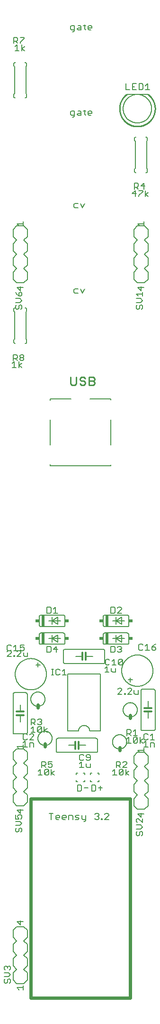
<source format=gto>
G75*
%MOIN*%
%OFA0B0*%
%FSLAX25Y25*%
%IPPOS*%
%LPD*%
%AMOC8*
5,1,8,0,0,1.08239X$1,22.5*
%
%ADD10C,0.00800*%
%ADD11C,0.02400*%
%ADD12C,0.01100*%
%ADD13C,0.01200*%
%ADD14C,0.00600*%
%ADD15C,0.00500*%
%ADD16R,0.02000X0.08000*%
%ADD17R,0.02500X0.02000*%
%ADD18C,0.01000*%
D10*
X0013897Y0052200D02*
X0013196Y0052901D01*
X0013196Y0054302D01*
X0013897Y0055002D01*
X0015298Y0054302D02*
X0015298Y0052901D01*
X0014598Y0052200D01*
X0013897Y0052200D01*
X0015298Y0054302D02*
X0015999Y0055002D01*
X0016699Y0055002D01*
X0017400Y0054302D01*
X0017400Y0052901D01*
X0016699Y0052200D01*
X0015999Y0056804D02*
X0017400Y0058205D01*
X0015999Y0059606D01*
X0013196Y0059606D01*
X0013897Y0061408D02*
X0013196Y0062108D01*
X0013196Y0063510D01*
X0013897Y0064210D01*
X0014598Y0064210D01*
X0015298Y0063510D01*
X0015999Y0064210D01*
X0016699Y0064210D01*
X0017400Y0063510D01*
X0017400Y0062108D01*
X0016699Y0061408D01*
X0015298Y0062809D02*
X0015298Y0063510D01*
X0015999Y0056804D02*
X0013196Y0056804D01*
X0021897Y0158388D02*
X0021196Y0159089D01*
X0021196Y0160490D01*
X0021897Y0161191D01*
X0023298Y0160490D02*
X0023298Y0159089D01*
X0022598Y0158388D01*
X0021897Y0158388D01*
X0023298Y0160490D02*
X0023999Y0161191D01*
X0024699Y0161191D01*
X0025400Y0160490D01*
X0025400Y0159089D01*
X0024699Y0158388D01*
X0023999Y0162992D02*
X0025400Y0164393D01*
X0023999Y0165795D01*
X0021196Y0165795D01*
X0021196Y0167596D02*
X0023298Y0167596D01*
X0022598Y0168997D01*
X0022598Y0169698D01*
X0023298Y0170398D01*
X0024699Y0170398D01*
X0025400Y0169698D01*
X0025400Y0168297D01*
X0024699Y0167596D01*
X0023999Y0162992D02*
X0021196Y0162992D01*
X0021196Y0167596D02*
X0021196Y0170398D01*
X0026492Y0218200D02*
X0029295Y0218200D01*
X0027893Y0218200D02*
X0027893Y0222404D01*
X0026492Y0221002D01*
X0027193Y0223200D02*
X0028594Y0223200D01*
X0029295Y0223901D01*
X0031096Y0223200D02*
X0033898Y0226002D01*
X0033898Y0226703D01*
X0033198Y0227404D01*
X0031797Y0227404D01*
X0031096Y0226703D01*
X0029295Y0226703D02*
X0028594Y0227404D01*
X0027193Y0227404D01*
X0026492Y0226703D01*
X0026492Y0223901D01*
X0027193Y0223200D01*
X0031096Y0223200D02*
X0033898Y0223200D01*
X0033198Y0221002D02*
X0033898Y0220302D01*
X0033898Y0218200D01*
X0033198Y0221002D02*
X0031096Y0221002D01*
X0031096Y0218200D01*
X0032000Y0228400D02*
X0034802Y0228400D01*
X0033401Y0228400D02*
X0033401Y0232604D01*
X0032000Y0231202D01*
X0032000Y0233700D02*
X0032000Y0237904D01*
X0034102Y0237904D01*
X0034802Y0237203D01*
X0034802Y0235802D01*
X0034102Y0235101D01*
X0032000Y0235101D01*
X0033401Y0235101D02*
X0034802Y0233700D01*
X0036604Y0234401D02*
X0037305Y0233700D01*
X0038706Y0233700D01*
X0039406Y0234401D01*
X0039406Y0235101D01*
X0038706Y0235802D01*
X0038005Y0235802D01*
X0038706Y0235802D02*
X0039406Y0236502D01*
X0039406Y0237203D01*
X0038706Y0237904D01*
X0037305Y0237904D01*
X0036604Y0237203D01*
X0037305Y0232604D02*
X0036604Y0231903D01*
X0036604Y0229101D01*
X0039406Y0231903D01*
X0039406Y0229101D01*
X0038706Y0228400D01*
X0037305Y0228400D01*
X0036604Y0229101D01*
X0037305Y0232604D02*
X0038706Y0232604D01*
X0039406Y0231903D01*
X0041208Y0232604D02*
X0041208Y0228400D01*
X0041208Y0229801D02*
X0043310Y0231202D01*
X0041208Y0229801D02*
X0043310Y0228400D01*
X0044104Y0207904D02*
X0044104Y0205802D01*
X0045505Y0206502D01*
X0046206Y0206502D01*
X0046906Y0205802D01*
X0046906Y0204401D01*
X0046206Y0203700D01*
X0044805Y0203700D01*
X0044104Y0204401D01*
X0043706Y0202604D02*
X0044406Y0201903D01*
X0041604Y0199101D01*
X0042305Y0198400D01*
X0043706Y0198400D01*
X0044406Y0199101D01*
X0044406Y0201903D01*
X0043706Y0202604D02*
X0042305Y0202604D01*
X0041604Y0201903D01*
X0041604Y0199101D01*
X0039802Y0198400D02*
X0037000Y0198400D01*
X0038401Y0198400D02*
X0038401Y0202604D01*
X0037000Y0201202D01*
X0039500Y0203700D02*
X0039500Y0207904D01*
X0041602Y0207904D01*
X0042302Y0207203D01*
X0042302Y0205802D01*
X0041602Y0205101D01*
X0039500Y0205101D01*
X0040901Y0205101D02*
X0042302Y0203700D01*
X0044104Y0207904D02*
X0046906Y0207904D01*
X0046208Y0202604D02*
X0046208Y0198400D01*
X0046208Y0199801D02*
X0048310Y0201202D01*
X0046208Y0199801D02*
X0048310Y0198400D01*
X0047502Y0171404D02*
X0044700Y0171404D01*
X0046101Y0171404D02*
X0046101Y0167200D01*
X0049304Y0167901D02*
X0049304Y0169302D01*
X0050005Y0170002D01*
X0051406Y0170002D01*
X0052106Y0169302D01*
X0052106Y0168601D01*
X0049304Y0168601D01*
X0049304Y0167901D02*
X0050005Y0167200D01*
X0051406Y0167200D01*
X0053908Y0167901D02*
X0053908Y0169302D01*
X0054608Y0170002D01*
X0056010Y0170002D01*
X0056710Y0169302D01*
X0056710Y0168601D01*
X0053908Y0168601D01*
X0053908Y0167901D02*
X0054608Y0167200D01*
X0056010Y0167200D01*
X0058512Y0167200D02*
X0058512Y0170002D01*
X0060614Y0170002D01*
X0061314Y0169302D01*
X0061314Y0167200D01*
X0063116Y0167200D02*
X0065217Y0167200D01*
X0065918Y0167901D01*
X0065217Y0168601D01*
X0063816Y0168601D01*
X0063116Y0169302D01*
X0063816Y0170002D01*
X0065918Y0170002D01*
X0067720Y0170002D02*
X0067720Y0167901D01*
X0068420Y0167200D01*
X0070522Y0167200D01*
X0070522Y0166499D02*
X0069821Y0165799D01*
X0069121Y0165799D01*
X0070522Y0166499D02*
X0070522Y0170002D01*
X0066802Y0187200D02*
X0067502Y0187901D01*
X0067502Y0190703D01*
X0066802Y0191404D01*
X0064700Y0191404D01*
X0064700Y0187200D01*
X0066802Y0187200D01*
X0069304Y0189302D02*
X0072106Y0189302D01*
X0074700Y0191404D02*
X0074700Y0187200D01*
X0076802Y0187200D01*
X0077502Y0187901D01*
X0077502Y0190703D01*
X0076802Y0191404D01*
X0074700Y0191404D01*
X0073606Y0203700D02*
X0073606Y0206502D01*
X0072906Y0208700D02*
X0073606Y0209401D01*
X0073606Y0212203D01*
X0072906Y0212904D01*
X0071505Y0212904D01*
X0070804Y0212203D01*
X0070804Y0211502D01*
X0071505Y0210802D01*
X0073606Y0210802D01*
X0072906Y0208700D02*
X0071505Y0208700D01*
X0070804Y0209401D01*
X0070804Y0206502D02*
X0070804Y0204401D01*
X0071505Y0203700D01*
X0073606Y0203700D01*
X0069002Y0203700D02*
X0066200Y0203700D01*
X0067601Y0203700D02*
X0067601Y0207904D01*
X0066200Y0206502D01*
X0066901Y0208700D02*
X0066200Y0209401D01*
X0066200Y0212203D01*
X0066901Y0212904D01*
X0068302Y0212904D01*
X0069002Y0212203D01*
X0069002Y0209401D02*
X0068302Y0208700D01*
X0066901Y0208700D01*
X0077628Y0171404D02*
X0076927Y0170703D01*
X0077628Y0171404D02*
X0079029Y0171404D01*
X0079730Y0170703D01*
X0079730Y0170002D01*
X0079029Y0169302D01*
X0079730Y0168601D01*
X0079730Y0167901D01*
X0079029Y0167200D01*
X0077628Y0167200D01*
X0076927Y0167901D01*
X0078329Y0169302D02*
X0079029Y0169302D01*
X0081531Y0167901D02*
X0082232Y0167901D01*
X0082232Y0167200D01*
X0081531Y0167200D01*
X0081531Y0167901D01*
X0083833Y0167200D02*
X0086636Y0170002D01*
X0086636Y0170703D01*
X0085935Y0171404D01*
X0084534Y0171404D01*
X0083833Y0170703D01*
X0083833Y0167200D02*
X0086636Y0167200D01*
X0082106Y0189302D02*
X0079304Y0189302D01*
X0080705Y0190703D02*
X0080705Y0187901D01*
X0089500Y0198400D02*
X0092302Y0198400D01*
X0090901Y0198400D02*
X0090901Y0202604D01*
X0089500Y0201202D01*
X0092000Y0203700D02*
X0092000Y0207904D01*
X0094102Y0207904D01*
X0094802Y0207203D01*
X0094802Y0205802D01*
X0094102Y0205101D01*
X0092000Y0205101D01*
X0093401Y0205101D02*
X0094802Y0203700D01*
X0094805Y0202604D02*
X0096206Y0202604D01*
X0096906Y0201903D01*
X0094104Y0199101D01*
X0094805Y0198400D01*
X0096206Y0198400D01*
X0096906Y0199101D01*
X0096906Y0201903D01*
X0096604Y0203700D02*
X0099406Y0206502D01*
X0099406Y0207203D01*
X0098706Y0207904D01*
X0097305Y0207904D01*
X0096604Y0207203D01*
X0096604Y0203700D02*
X0099406Y0203700D01*
X0098708Y0202604D02*
X0098708Y0198400D01*
X0098708Y0199801D02*
X0100810Y0201202D01*
X0098708Y0199801D02*
X0100810Y0198400D01*
X0100901Y0220900D02*
X0100901Y0225104D01*
X0099500Y0223702D01*
X0099500Y0226200D02*
X0099500Y0230404D01*
X0101602Y0230404D01*
X0102302Y0229703D01*
X0102302Y0228302D01*
X0101602Y0227601D01*
X0099500Y0227601D01*
X0100901Y0227601D02*
X0102302Y0226200D01*
X0104104Y0226200D02*
X0106906Y0226200D01*
X0106206Y0225104D02*
X0106906Y0224403D01*
X0104104Y0221601D01*
X0104805Y0220900D01*
X0106206Y0220900D01*
X0106906Y0221601D01*
X0106906Y0224403D01*
X0106206Y0225104D02*
X0104805Y0225104D01*
X0104104Y0224403D01*
X0104104Y0221601D01*
X0102302Y0220900D02*
X0099500Y0220900D01*
X0104104Y0229002D02*
X0105505Y0230404D01*
X0105505Y0226200D01*
X0108708Y0225104D02*
X0108708Y0220900D01*
X0108708Y0222301D02*
X0110810Y0223702D01*
X0111492Y0223901D02*
X0112193Y0223200D01*
X0113594Y0223200D01*
X0114295Y0223901D01*
X0112893Y0222404D02*
X0112893Y0218200D01*
X0111492Y0218200D02*
X0114295Y0218200D01*
X0111492Y0221002D02*
X0112893Y0222404D01*
X0111492Y0223901D02*
X0111492Y0226703D01*
X0112193Y0227404D01*
X0113594Y0227404D01*
X0114295Y0226703D01*
X0116096Y0226002D02*
X0117497Y0227404D01*
X0117497Y0223200D01*
X0116096Y0223200D02*
X0118898Y0223200D01*
X0118198Y0221002D02*
X0118898Y0220302D01*
X0118898Y0218200D01*
X0118198Y0221002D02*
X0116096Y0221002D01*
X0116096Y0218200D01*
X0110810Y0220900D02*
X0108708Y0222301D01*
X0107398Y0255200D02*
X0105297Y0255200D01*
X0104596Y0255901D01*
X0104596Y0258002D01*
X0102795Y0258002D02*
X0102795Y0258703D01*
X0102094Y0259404D01*
X0100693Y0259404D01*
X0099992Y0258703D01*
X0102795Y0258002D02*
X0099992Y0255200D01*
X0102795Y0255200D01*
X0098391Y0255200D02*
X0097690Y0255200D01*
X0097690Y0255901D01*
X0098391Y0255901D01*
X0098391Y0255200D01*
X0095889Y0255200D02*
X0093086Y0255200D01*
X0095889Y0258002D01*
X0095889Y0258703D01*
X0095188Y0259404D01*
X0093787Y0259404D01*
X0093086Y0258703D01*
X0091398Y0270700D02*
X0091398Y0273502D01*
X0091795Y0275700D02*
X0088992Y0275700D01*
X0090393Y0275700D02*
X0090393Y0279904D01*
X0088992Y0278502D01*
X0087191Y0279203D02*
X0086490Y0279904D01*
X0085089Y0279904D01*
X0084388Y0279203D01*
X0084388Y0276401D01*
X0085089Y0275700D01*
X0086490Y0275700D01*
X0087191Y0276401D01*
X0088596Y0273502D02*
X0088596Y0271401D01*
X0089297Y0270700D01*
X0091398Y0270700D01*
X0094297Y0275700D02*
X0093596Y0276401D01*
X0096398Y0279203D01*
X0096398Y0276401D01*
X0095698Y0275700D01*
X0094297Y0275700D01*
X0093596Y0276401D02*
X0093596Y0279203D01*
X0094297Y0279904D01*
X0095698Y0279904D01*
X0096398Y0279203D01*
X0094906Y0284700D02*
X0093505Y0284700D01*
X0092804Y0285401D01*
X0094205Y0286802D02*
X0094906Y0286802D01*
X0095606Y0286101D01*
X0095606Y0285401D01*
X0094906Y0284700D01*
X0094906Y0286802D02*
X0095606Y0287502D01*
X0095606Y0288203D01*
X0094906Y0288904D01*
X0093505Y0288904D01*
X0092804Y0288203D01*
X0091002Y0288203D02*
X0090302Y0288904D01*
X0088200Y0288904D01*
X0088200Y0284700D01*
X0090302Y0284700D01*
X0091002Y0285401D01*
X0091002Y0288203D01*
X0086795Y0270700D02*
X0083992Y0270700D01*
X0085393Y0270700D02*
X0085393Y0274904D01*
X0083992Y0273502D01*
X0088200Y0312200D02*
X0090302Y0312200D01*
X0091002Y0312901D01*
X0091002Y0315703D01*
X0090302Y0316404D01*
X0088200Y0316404D01*
X0088200Y0312200D01*
X0092804Y0312200D02*
X0095606Y0315002D01*
X0095606Y0315703D01*
X0094906Y0316404D01*
X0093505Y0316404D01*
X0092804Y0315703D01*
X0092804Y0312200D02*
X0095606Y0312200D01*
X0107398Y0258002D02*
X0107398Y0255200D01*
X0108589Y0286200D02*
X0109990Y0286200D01*
X0110691Y0286901D01*
X0112492Y0286200D02*
X0115295Y0286200D01*
X0113893Y0286200D02*
X0113893Y0290404D01*
X0112492Y0289002D01*
X0110691Y0289703D02*
X0109990Y0290404D01*
X0108589Y0290404D01*
X0107888Y0289703D01*
X0107888Y0286901D01*
X0108589Y0286200D01*
X0117096Y0286901D02*
X0117797Y0286200D01*
X0119198Y0286200D01*
X0119898Y0286901D01*
X0119898Y0287601D01*
X0119198Y0288302D01*
X0117096Y0288302D01*
X0117096Y0286901D01*
X0117096Y0288302D02*
X0118497Y0289703D01*
X0119898Y0290404D01*
X0110400Y0167898D02*
X0110400Y0165096D01*
X0107598Y0167898D01*
X0106897Y0167898D01*
X0106196Y0167198D01*
X0106196Y0165797D01*
X0106897Y0165096D01*
X0106196Y0163295D02*
X0108999Y0163295D01*
X0110400Y0161893D01*
X0108999Y0160492D01*
X0106196Y0160492D01*
X0106897Y0158691D02*
X0106196Y0157990D01*
X0106196Y0156589D01*
X0106897Y0155888D01*
X0107598Y0155888D01*
X0108298Y0156589D01*
X0108298Y0157990D01*
X0108999Y0158691D01*
X0109699Y0158691D01*
X0110400Y0157990D01*
X0110400Y0156589D01*
X0109699Y0155888D01*
X0094104Y0199101D02*
X0094104Y0201903D01*
X0094805Y0202604D01*
X0056898Y0268700D02*
X0054096Y0268700D01*
X0055497Y0268700D02*
X0055497Y0272904D01*
X0054096Y0271502D01*
X0052295Y0272203D02*
X0051594Y0272904D01*
X0050193Y0272904D01*
X0049492Y0272203D01*
X0049492Y0269401D01*
X0050193Y0268700D01*
X0051594Y0268700D01*
X0052295Y0269401D01*
X0049906Y0284700D02*
X0049906Y0288904D01*
X0047804Y0286802D01*
X0050606Y0286802D01*
X0047824Y0272904D02*
X0046423Y0272904D01*
X0047123Y0272904D02*
X0047123Y0268700D01*
X0046423Y0268700D02*
X0047824Y0268700D01*
X0045302Y0284700D02*
X0046002Y0285401D01*
X0046002Y0288203D01*
X0045302Y0288904D01*
X0043200Y0288904D01*
X0043200Y0284700D01*
X0045302Y0284700D01*
X0045302Y0312200D02*
X0043200Y0312200D01*
X0043200Y0316404D01*
X0045302Y0316404D01*
X0046002Y0315703D01*
X0046002Y0312901D01*
X0045302Y0312200D01*
X0047804Y0312200D02*
X0050606Y0312200D01*
X0049205Y0312200D02*
X0049205Y0316404D01*
X0047804Y0315002D01*
X0029512Y0284502D02*
X0029512Y0281700D01*
X0027410Y0281700D01*
X0026710Y0282401D01*
X0026710Y0284502D01*
X0026510Y0285700D02*
X0025108Y0285700D01*
X0024408Y0286401D01*
X0024208Y0285904D02*
X0022806Y0285904D01*
X0022106Y0285203D01*
X0022606Y0285700D02*
X0019804Y0285700D01*
X0021205Y0285700D02*
X0021205Y0289904D01*
X0019804Y0288502D01*
X0018002Y0289203D02*
X0017302Y0289904D01*
X0015901Y0289904D01*
X0015200Y0289203D01*
X0015200Y0286401D01*
X0015901Y0285700D01*
X0017302Y0285700D01*
X0018002Y0286401D01*
X0017302Y0285904D02*
X0018002Y0285203D01*
X0018002Y0284502D01*
X0015200Y0281700D01*
X0018002Y0281700D01*
X0019804Y0281700D02*
X0020505Y0281700D01*
X0020505Y0282401D01*
X0019804Y0282401D01*
X0019804Y0281700D01*
X0022106Y0281700D02*
X0024908Y0284502D01*
X0024908Y0285203D01*
X0024208Y0285904D01*
X0024408Y0287802D02*
X0025809Y0288502D01*
X0026510Y0288502D01*
X0027210Y0287802D01*
X0027210Y0286401D01*
X0026510Y0285700D01*
X0027210Y0289904D02*
X0024408Y0289904D01*
X0024408Y0287802D01*
X0024908Y0281700D02*
X0022106Y0281700D01*
X0017302Y0285904D02*
X0015901Y0285904D01*
X0015200Y0285203D01*
X0018759Y0484900D02*
X0021562Y0484900D01*
X0020161Y0484900D02*
X0020161Y0489104D01*
X0018759Y0487702D01*
X0019492Y0489700D02*
X0019492Y0493904D01*
X0021594Y0493904D01*
X0022295Y0493203D01*
X0022295Y0491802D01*
X0021594Y0491101D01*
X0019492Y0491101D01*
X0020893Y0491101D02*
X0022295Y0489700D01*
X0023363Y0489104D02*
X0023363Y0484900D01*
X0023363Y0486301D02*
X0025465Y0487702D01*
X0024797Y0489700D02*
X0024096Y0490401D01*
X0024096Y0491101D01*
X0024797Y0491802D01*
X0026198Y0491802D01*
X0026898Y0491101D01*
X0026898Y0490401D01*
X0026198Y0489700D01*
X0024797Y0489700D01*
X0024797Y0491802D02*
X0024096Y0492502D01*
X0024096Y0493203D01*
X0024797Y0493904D01*
X0026198Y0493904D01*
X0026898Y0493203D01*
X0026898Y0492502D01*
X0026198Y0491802D01*
X0023363Y0486301D02*
X0025465Y0484900D01*
X0024699Y0525888D02*
X0025400Y0526589D01*
X0025400Y0527990D01*
X0024699Y0528691D01*
X0023999Y0528691D01*
X0023298Y0527990D01*
X0023298Y0526589D01*
X0022598Y0525888D01*
X0021897Y0525888D01*
X0021196Y0526589D01*
X0021196Y0527990D01*
X0021897Y0528691D01*
X0021196Y0530492D02*
X0023999Y0530492D01*
X0025400Y0531893D01*
X0023999Y0533295D01*
X0021196Y0533295D01*
X0023298Y0535096D02*
X0021897Y0536497D01*
X0021196Y0537898D01*
X0023298Y0537198D02*
X0023298Y0535096D01*
X0024699Y0535096D01*
X0025400Y0535797D01*
X0025400Y0537198D01*
X0024699Y0537898D01*
X0023999Y0537898D01*
X0023298Y0537198D01*
X0023502Y0707500D02*
X0020700Y0707500D01*
X0022101Y0707500D02*
X0022101Y0711704D01*
X0020700Y0710302D01*
X0019700Y0712700D02*
X0019700Y0716904D01*
X0021802Y0716904D01*
X0022502Y0716203D01*
X0022502Y0714802D01*
X0021802Y0714101D01*
X0019700Y0714101D01*
X0021101Y0714101D02*
X0022502Y0712700D01*
X0024304Y0712700D02*
X0024304Y0713401D01*
X0027106Y0716203D01*
X0027106Y0716904D01*
X0024304Y0716904D01*
X0025304Y0711704D02*
X0025304Y0707500D01*
X0025304Y0708901D02*
X0027406Y0710302D01*
X0025304Y0708901D02*
X0027406Y0707500D01*
X0059700Y0722901D02*
X0060401Y0722200D01*
X0062502Y0722200D01*
X0062502Y0721499D02*
X0062502Y0725002D01*
X0060401Y0725002D01*
X0059700Y0724302D01*
X0059700Y0722901D01*
X0061101Y0720799D02*
X0061802Y0720799D01*
X0062502Y0721499D01*
X0064304Y0722901D02*
X0065005Y0723601D01*
X0067106Y0723601D01*
X0067106Y0724302D02*
X0067106Y0722200D01*
X0065005Y0722200D01*
X0064304Y0722901D01*
X0065005Y0725002D02*
X0066406Y0725002D01*
X0067106Y0724302D01*
X0068908Y0725002D02*
X0070309Y0725002D01*
X0069608Y0725703D02*
X0069608Y0722901D01*
X0070309Y0722200D01*
X0071977Y0722901D02*
X0071977Y0724302D01*
X0072678Y0725002D01*
X0074079Y0725002D01*
X0074780Y0724302D01*
X0074780Y0723601D01*
X0071977Y0723601D01*
X0071977Y0722901D02*
X0072678Y0722200D01*
X0074079Y0722200D01*
X0069608Y0665703D02*
X0069608Y0662901D01*
X0070309Y0662200D01*
X0071977Y0662901D02*
X0071977Y0664302D01*
X0072678Y0665002D01*
X0074079Y0665002D01*
X0074780Y0664302D01*
X0074780Y0663601D01*
X0071977Y0663601D01*
X0071977Y0662901D02*
X0072678Y0662200D01*
X0074079Y0662200D01*
X0070309Y0665002D02*
X0068908Y0665002D01*
X0067106Y0664302D02*
X0067106Y0662200D01*
X0065005Y0662200D01*
X0064304Y0662901D01*
X0065005Y0663601D01*
X0067106Y0663601D01*
X0067106Y0664302D02*
X0066406Y0665002D01*
X0065005Y0665002D01*
X0062502Y0665002D02*
X0062502Y0661499D01*
X0061802Y0660799D01*
X0061101Y0660799D01*
X0060401Y0662200D02*
X0062502Y0662200D01*
X0060401Y0662200D02*
X0059700Y0662901D01*
X0059700Y0664302D01*
X0060401Y0665002D01*
X0062502Y0665002D01*
X0062901Y0600002D02*
X0062200Y0599302D01*
X0062200Y0597901D01*
X0062901Y0597200D01*
X0065002Y0597200D01*
X0065002Y0600002D02*
X0062901Y0600002D01*
X0066804Y0600002D02*
X0068205Y0597200D01*
X0069606Y0600002D01*
X0069606Y0540002D02*
X0068205Y0537200D01*
X0066804Y0540002D01*
X0065002Y0540002D02*
X0062901Y0540002D01*
X0062200Y0539302D01*
X0062200Y0537901D01*
X0062901Y0537200D01*
X0065002Y0537200D01*
X0099300Y0676800D02*
X0114300Y0676800D01*
X0113997Y0680100D02*
X0113997Y0684304D01*
X0112596Y0682902D01*
X0110795Y0683603D02*
X0110094Y0684304D01*
X0107992Y0684304D01*
X0107992Y0680100D01*
X0110094Y0680100D01*
X0110795Y0680801D01*
X0110795Y0683603D01*
X0112596Y0680100D02*
X0115398Y0680100D01*
X0106191Y0680100D02*
X0103388Y0680100D01*
X0103388Y0684304D01*
X0106191Y0684304D01*
X0104789Y0682202D02*
X0103388Y0682202D01*
X0101587Y0680100D02*
X0098784Y0680100D01*
X0098784Y0684304D01*
X0104700Y0614404D02*
X0106802Y0614404D01*
X0107502Y0613703D01*
X0107502Y0612302D01*
X0106802Y0611601D01*
X0104700Y0611601D01*
X0104700Y0610200D02*
X0104700Y0614404D01*
X0106101Y0611601D02*
X0107502Y0610200D01*
X0107804Y0609204D02*
X0110606Y0609204D01*
X0110606Y0608503D01*
X0107804Y0605701D01*
X0107804Y0605000D01*
X0109304Y0612302D02*
X0112106Y0612302D01*
X0111406Y0610200D02*
X0111406Y0614404D01*
X0109304Y0612302D01*
X0112408Y0609204D02*
X0112408Y0605000D01*
X0112408Y0606401D02*
X0114510Y0607802D01*
X0112408Y0606401D02*
X0114510Y0605000D01*
X0106002Y0607102D02*
X0103200Y0607102D01*
X0105302Y0609204D01*
X0105302Y0605000D01*
X0110400Y0537898D02*
X0110400Y0535096D01*
X0110400Y0536497D02*
X0106196Y0536497D01*
X0107598Y0535096D01*
X0108999Y0533295D02*
X0106196Y0533295D01*
X0106196Y0530492D02*
X0108999Y0530492D01*
X0110400Y0531893D01*
X0108999Y0533295D01*
X0108999Y0528691D02*
X0109699Y0528691D01*
X0110400Y0527990D01*
X0110400Y0526589D01*
X0109699Y0525888D01*
X0108298Y0526589D02*
X0108298Y0527990D01*
X0108999Y0528691D01*
X0108298Y0526589D02*
X0107598Y0525888D01*
X0106897Y0525888D01*
X0106196Y0526589D01*
X0106196Y0527990D01*
X0106897Y0528691D01*
D11*
X0101800Y0240300D02*
X0101800Y0238300D01*
X0094300Y0217800D02*
X0094300Y0215800D01*
X0101800Y0181800D02*
X0101800Y0041800D01*
X0031800Y0041800D01*
X0031800Y0181800D01*
X0101800Y0181800D01*
X0041800Y0218300D02*
X0041800Y0220300D01*
X0036800Y0245800D02*
X0036800Y0247800D01*
D12*
X0060834Y0472350D02*
X0059850Y0473334D01*
X0059850Y0478255D01*
X0060834Y0472350D02*
X0062803Y0472350D01*
X0063787Y0473334D01*
X0063787Y0478255D01*
X0066295Y0477271D02*
X0066295Y0476287D01*
X0067280Y0475303D01*
X0069248Y0475303D01*
X0070232Y0474318D01*
X0070232Y0473334D01*
X0069248Y0472350D01*
X0067280Y0472350D01*
X0066295Y0473334D01*
X0066295Y0477271D02*
X0067280Y0478255D01*
X0069248Y0478255D01*
X0070232Y0477271D01*
X0072741Y0478255D02*
X0072741Y0472350D01*
X0075694Y0472350D01*
X0076678Y0473334D01*
X0076678Y0474318D01*
X0075694Y0475303D01*
X0072741Y0475303D01*
X0072741Y0478255D02*
X0075694Y0478255D01*
X0076678Y0477271D01*
X0076678Y0476287D01*
X0075694Y0475303D01*
D13*
X0070600Y0284300D02*
X0070600Y0281800D01*
X0070600Y0279300D01*
X0068100Y0279300D02*
X0068100Y0281800D01*
X0068100Y0284300D01*
X0065600Y0221800D02*
X0065600Y0219300D01*
X0065600Y0216800D01*
X0063100Y0216800D02*
X0063100Y0219300D01*
X0063100Y0221800D01*
X0026800Y0240600D02*
X0024300Y0240600D01*
X0021800Y0240600D01*
X0021800Y0243100D02*
X0024300Y0243100D01*
X0026800Y0243100D01*
X0111800Y0243100D02*
X0114300Y0243100D01*
X0116800Y0243100D01*
X0116800Y0245600D02*
X0114300Y0245600D01*
X0111800Y0245600D01*
D14*
X0114300Y0245600D02*
X0114300Y0250300D01*
X0114300Y0243100D02*
X0114300Y0238300D01*
X0109300Y0230800D02*
X0109302Y0230740D01*
X0109307Y0230679D01*
X0109316Y0230620D01*
X0109329Y0230561D01*
X0109345Y0230502D01*
X0109365Y0230445D01*
X0109388Y0230390D01*
X0109415Y0230335D01*
X0109444Y0230283D01*
X0109477Y0230232D01*
X0109513Y0230183D01*
X0109551Y0230137D01*
X0109593Y0230093D01*
X0109637Y0230051D01*
X0109683Y0230013D01*
X0109732Y0229977D01*
X0109783Y0229944D01*
X0109835Y0229915D01*
X0109890Y0229888D01*
X0109945Y0229865D01*
X0110002Y0229845D01*
X0110061Y0229829D01*
X0110120Y0229816D01*
X0110179Y0229807D01*
X0110240Y0229802D01*
X0110300Y0229800D01*
X0118300Y0229800D01*
X0118360Y0229802D01*
X0118421Y0229807D01*
X0118480Y0229816D01*
X0118539Y0229829D01*
X0118598Y0229845D01*
X0118655Y0229865D01*
X0118710Y0229888D01*
X0118765Y0229915D01*
X0118817Y0229944D01*
X0118868Y0229977D01*
X0118917Y0230013D01*
X0118963Y0230051D01*
X0119007Y0230093D01*
X0119049Y0230137D01*
X0119087Y0230183D01*
X0119123Y0230232D01*
X0119156Y0230283D01*
X0119185Y0230335D01*
X0119212Y0230390D01*
X0119235Y0230445D01*
X0119255Y0230502D01*
X0119271Y0230561D01*
X0119284Y0230620D01*
X0119293Y0230679D01*
X0119298Y0230740D01*
X0119300Y0230800D01*
X0119300Y0257800D01*
X0119298Y0257860D01*
X0119293Y0257921D01*
X0119284Y0257980D01*
X0119271Y0258039D01*
X0119255Y0258098D01*
X0119235Y0258155D01*
X0119212Y0258210D01*
X0119185Y0258265D01*
X0119156Y0258317D01*
X0119123Y0258368D01*
X0119087Y0258417D01*
X0119049Y0258463D01*
X0119007Y0258507D01*
X0118963Y0258549D01*
X0118917Y0258587D01*
X0118868Y0258623D01*
X0118817Y0258656D01*
X0118765Y0258685D01*
X0118710Y0258712D01*
X0118655Y0258735D01*
X0118598Y0258755D01*
X0118539Y0258771D01*
X0118480Y0258784D01*
X0118421Y0258793D01*
X0118360Y0258798D01*
X0118300Y0258800D01*
X0110300Y0258800D01*
X0110240Y0258798D01*
X0110179Y0258793D01*
X0110120Y0258784D01*
X0110061Y0258771D01*
X0110002Y0258755D01*
X0109945Y0258735D01*
X0109890Y0258712D01*
X0109835Y0258685D01*
X0109783Y0258656D01*
X0109732Y0258623D01*
X0109683Y0258587D01*
X0109637Y0258549D01*
X0109593Y0258507D01*
X0109551Y0258463D01*
X0109513Y0258417D01*
X0109477Y0258368D01*
X0109444Y0258317D01*
X0109415Y0258265D01*
X0109388Y0258210D01*
X0109365Y0258155D01*
X0109345Y0258098D01*
X0109329Y0258039D01*
X0109316Y0257980D01*
X0109307Y0257921D01*
X0109302Y0257860D01*
X0109300Y0257800D01*
X0109300Y0230800D01*
X0106800Y0214300D02*
X0104300Y0211800D01*
X0104300Y0206800D01*
X0106800Y0204300D01*
X0104300Y0201800D01*
X0104300Y0196800D01*
X0106800Y0194300D01*
X0104300Y0191800D01*
X0104300Y0186800D01*
X0106800Y0184300D01*
X0104300Y0181800D01*
X0104300Y0176800D01*
X0106800Y0174300D01*
X0111800Y0174300D01*
X0114300Y0176800D01*
X0114300Y0181800D01*
X0111800Y0184300D01*
X0114300Y0186800D01*
X0114300Y0191800D01*
X0111800Y0194300D01*
X0114300Y0196800D01*
X0114300Y0201800D01*
X0111800Y0204300D01*
X0114300Y0206800D01*
X0114300Y0211800D01*
X0111800Y0214300D01*
X0106800Y0214300D01*
X0096800Y0244300D02*
X0096802Y0244441D01*
X0096808Y0244582D01*
X0096818Y0244722D01*
X0096832Y0244862D01*
X0096850Y0245002D01*
X0096871Y0245141D01*
X0096897Y0245280D01*
X0096926Y0245418D01*
X0096960Y0245554D01*
X0096997Y0245690D01*
X0097038Y0245825D01*
X0097083Y0245959D01*
X0097132Y0246091D01*
X0097184Y0246222D01*
X0097240Y0246351D01*
X0097300Y0246478D01*
X0097363Y0246604D01*
X0097429Y0246728D01*
X0097500Y0246851D01*
X0097573Y0246971D01*
X0097650Y0247089D01*
X0097730Y0247205D01*
X0097814Y0247318D01*
X0097900Y0247429D01*
X0097990Y0247538D01*
X0098083Y0247644D01*
X0098178Y0247747D01*
X0098277Y0247848D01*
X0098378Y0247946D01*
X0098482Y0248041D01*
X0098589Y0248133D01*
X0098698Y0248222D01*
X0098810Y0248307D01*
X0098924Y0248390D01*
X0099040Y0248470D01*
X0099159Y0248546D01*
X0099280Y0248618D01*
X0099402Y0248688D01*
X0099527Y0248753D01*
X0099653Y0248816D01*
X0099781Y0248874D01*
X0099911Y0248929D01*
X0100042Y0248981D01*
X0100175Y0249028D01*
X0100309Y0249072D01*
X0100444Y0249113D01*
X0100580Y0249149D01*
X0100717Y0249181D01*
X0100855Y0249210D01*
X0100993Y0249235D01*
X0101133Y0249255D01*
X0101273Y0249272D01*
X0101413Y0249285D01*
X0101554Y0249294D01*
X0101694Y0249299D01*
X0101835Y0249300D01*
X0101976Y0249297D01*
X0102117Y0249290D01*
X0102257Y0249279D01*
X0102397Y0249264D01*
X0102537Y0249245D01*
X0102676Y0249223D01*
X0102814Y0249196D01*
X0102952Y0249166D01*
X0103088Y0249131D01*
X0103224Y0249093D01*
X0103358Y0249051D01*
X0103492Y0249005D01*
X0103624Y0248956D01*
X0103754Y0248902D01*
X0103883Y0248845D01*
X0104010Y0248785D01*
X0104136Y0248721D01*
X0104259Y0248653D01*
X0104381Y0248582D01*
X0104501Y0248508D01*
X0104618Y0248430D01*
X0104733Y0248349D01*
X0104846Y0248265D01*
X0104957Y0248178D01*
X0105065Y0248087D01*
X0105170Y0247994D01*
X0105273Y0247897D01*
X0105373Y0247798D01*
X0105470Y0247696D01*
X0105564Y0247591D01*
X0105655Y0247484D01*
X0105743Y0247374D01*
X0105828Y0247262D01*
X0105910Y0247147D01*
X0105989Y0247030D01*
X0106064Y0246911D01*
X0106136Y0246790D01*
X0106204Y0246667D01*
X0106269Y0246542D01*
X0106331Y0246415D01*
X0106388Y0246286D01*
X0106443Y0246156D01*
X0106493Y0246025D01*
X0106540Y0245892D01*
X0106583Y0245758D01*
X0106622Y0245622D01*
X0106657Y0245486D01*
X0106689Y0245349D01*
X0106716Y0245211D01*
X0106740Y0245072D01*
X0106760Y0244932D01*
X0106776Y0244792D01*
X0106788Y0244652D01*
X0106796Y0244511D01*
X0106800Y0244370D01*
X0106800Y0244230D01*
X0106796Y0244089D01*
X0106788Y0243948D01*
X0106776Y0243808D01*
X0106760Y0243668D01*
X0106740Y0243528D01*
X0106716Y0243389D01*
X0106689Y0243251D01*
X0106657Y0243114D01*
X0106622Y0242978D01*
X0106583Y0242842D01*
X0106540Y0242708D01*
X0106493Y0242575D01*
X0106443Y0242444D01*
X0106388Y0242314D01*
X0106331Y0242185D01*
X0106269Y0242058D01*
X0106204Y0241933D01*
X0106136Y0241810D01*
X0106064Y0241689D01*
X0105989Y0241570D01*
X0105910Y0241453D01*
X0105828Y0241338D01*
X0105743Y0241226D01*
X0105655Y0241116D01*
X0105564Y0241009D01*
X0105470Y0240904D01*
X0105373Y0240802D01*
X0105273Y0240703D01*
X0105170Y0240606D01*
X0105065Y0240513D01*
X0104957Y0240422D01*
X0104846Y0240335D01*
X0104733Y0240251D01*
X0104618Y0240170D01*
X0104501Y0240092D01*
X0104381Y0240018D01*
X0104259Y0239947D01*
X0104136Y0239879D01*
X0104010Y0239815D01*
X0103883Y0239755D01*
X0103754Y0239698D01*
X0103624Y0239644D01*
X0103492Y0239595D01*
X0103358Y0239549D01*
X0103224Y0239507D01*
X0103088Y0239469D01*
X0102952Y0239434D01*
X0102814Y0239404D01*
X0102676Y0239377D01*
X0102537Y0239355D01*
X0102397Y0239336D01*
X0102257Y0239321D01*
X0102117Y0239310D01*
X0101976Y0239303D01*
X0101835Y0239300D01*
X0101694Y0239301D01*
X0101554Y0239306D01*
X0101413Y0239315D01*
X0101273Y0239328D01*
X0101133Y0239345D01*
X0100993Y0239365D01*
X0100855Y0239390D01*
X0100717Y0239419D01*
X0100580Y0239451D01*
X0100444Y0239487D01*
X0100309Y0239528D01*
X0100175Y0239572D01*
X0100042Y0239619D01*
X0099911Y0239671D01*
X0099781Y0239726D01*
X0099653Y0239784D01*
X0099527Y0239847D01*
X0099402Y0239912D01*
X0099280Y0239982D01*
X0099159Y0240054D01*
X0099040Y0240130D01*
X0098924Y0240210D01*
X0098810Y0240293D01*
X0098698Y0240378D01*
X0098589Y0240467D01*
X0098482Y0240559D01*
X0098378Y0240654D01*
X0098277Y0240752D01*
X0098178Y0240853D01*
X0098083Y0240956D01*
X0097990Y0241062D01*
X0097900Y0241171D01*
X0097814Y0241282D01*
X0097730Y0241395D01*
X0097650Y0241511D01*
X0097573Y0241629D01*
X0097500Y0241749D01*
X0097429Y0241872D01*
X0097363Y0241996D01*
X0097300Y0242122D01*
X0097240Y0242249D01*
X0097184Y0242378D01*
X0097132Y0242509D01*
X0097083Y0242641D01*
X0097038Y0242775D01*
X0096997Y0242910D01*
X0096960Y0243046D01*
X0096926Y0243182D01*
X0096897Y0243320D01*
X0096871Y0243459D01*
X0096850Y0243598D01*
X0096832Y0243738D01*
X0096818Y0243878D01*
X0096808Y0244018D01*
X0096802Y0244159D01*
X0096800Y0244300D01*
X0089300Y0221800D02*
X0089302Y0221941D01*
X0089308Y0222082D01*
X0089318Y0222222D01*
X0089332Y0222362D01*
X0089350Y0222502D01*
X0089371Y0222641D01*
X0089397Y0222780D01*
X0089426Y0222918D01*
X0089460Y0223054D01*
X0089497Y0223190D01*
X0089538Y0223325D01*
X0089583Y0223459D01*
X0089632Y0223591D01*
X0089684Y0223722D01*
X0089740Y0223851D01*
X0089800Y0223978D01*
X0089863Y0224104D01*
X0089929Y0224228D01*
X0090000Y0224351D01*
X0090073Y0224471D01*
X0090150Y0224589D01*
X0090230Y0224705D01*
X0090314Y0224818D01*
X0090400Y0224929D01*
X0090490Y0225038D01*
X0090583Y0225144D01*
X0090678Y0225247D01*
X0090777Y0225348D01*
X0090878Y0225446D01*
X0090982Y0225541D01*
X0091089Y0225633D01*
X0091198Y0225722D01*
X0091310Y0225807D01*
X0091424Y0225890D01*
X0091540Y0225970D01*
X0091659Y0226046D01*
X0091780Y0226118D01*
X0091902Y0226188D01*
X0092027Y0226253D01*
X0092153Y0226316D01*
X0092281Y0226374D01*
X0092411Y0226429D01*
X0092542Y0226481D01*
X0092675Y0226528D01*
X0092809Y0226572D01*
X0092944Y0226613D01*
X0093080Y0226649D01*
X0093217Y0226681D01*
X0093355Y0226710D01*
X0093493Y0226735D01*
X0093633Y0226755D01*
X0093773Y0226772D01*
X0093913Y0226785D01*
X0094054Y0226794D01*
X0094194Y0226799D01*
X0094335Y0226800D01*
X0094476Y0226797D01*
X0094617Y0226790D01*
X0094757Y0226779D01*
X0094897Y0226764D01*
X0095037Y0226745D01*
X0095176Y0226723D01*
X0095314Y0226696D01*
X0095452Y0226666D01*
X0095588Y0226631D01*
X0095724Y0226593D01*
X0095858Y0226551D01*
X0095992Y0226505D01*
X0096124Y0226456D01*
X0096254Y0226402D01*
X0096383Y0226345D01*
X0096510Y0226285D01*
X0096636Y0226221D01*
X0096759Y0226153D01*
X0096881Y0226082D01*
X0097001Y0226008D01*
X0097118Y0225930D01*
X0097233Y0225849D01*
X0097346Y0225765D01*
X0097457Y0225678D01*
X0097565Y0225587D01*
X0097670Y0225494D01*
X0097773Y0225397D01*
X0097873Y0225298D01*
X0097970Y0225196D01*
X0098064Y0225091D01*
X0098155Y0224984D01*
X0098243Y0224874D01*
X0098328Y0224762D01*
X0098410Y0224647D01*
X0098489Y0224530D01*
X0098564Y0224411D01*
X0098636Y0224290D01*
X0098704Y0224167D01*
X0098769Y0224042D01*
X0098831Y0223915D01*
X0098888Y0223786D01*
X0098943Y0223656D01*
X0098993Y0223525D01*
X0099040Y0223392D01*
X0099083Y0223258D01*
X0099122Y0223122D01*
X0099157Y0222986D01*
X0099189Y0222849D01*
X0099216Y0222711D01*
X0099240Y0222572D01*
X0099260Y0222432D01*
X0099276Y0222292D01*
X0099288Y0222152D01*
X0099296Y0222011D01*
X0099300Y0221870D01*
X0099300Y0221730D01*
X0099296Y0221589D01*
X0099288Y0221448D01*
X0099276Y0221308D01*
X0099260Y0221168D01*
X0099240Y0221028D01*
X0099216Y0220889D01*
X0099189Y0220751D01*
X0099157Y0220614D01*
X0099122Y0220478D01*
X0099083Y0220342D01*
X0099040Y0220208D01*
X0098993Y0220075D01*
X0098943Y0219944D01*
X0098888Y0219814D01*
X0098831Y0219685D01*
X0098769Y0219558D01*
X0098704Y0219433D01*
X0098636Y0219310D01*
X0098564Y0219189D01*
X0098489Y0219070D01*
X0098410Y0218953D01*
X0098328Y0218838D01*
X0098243Y0218726D01*
X0098155Y0218616D01*
X0098064Y0218509D01*
X0097970Y0218404D01*
X0097873Y0218302D01*
X0097773Y0218203D01*
X0097670Y0218106D01*
X0097565Y0218013D01*
X0097457Y0217922D01*
X0097346Y0217835D01*
X0097233Y0217751D01*
X0097118Y0217670D01*
X0097001Y0217592D01*
X0096881Y0217518D01*
X0096759Y0217447D01*
X0096636Y0217379D01*
X0096510Y0217315D01*
X0096383Y0217255D01*
X0096254Y0217198D01*
X0096124Y0217144D01*
X0095992Y0217095D01*
X0095858Y0217049D01*
X0095724Y0217007D01*
X0095588Y0216969D01*
X0095452Y0216934D01*
X0095314Y0216904D01*
X0095176Y0216877D01*
X0095037Y0216855D01*
X0094897Y0216836D01*
X0094757Y0216821D01*
X0094617Y0216810D01*
X0094476Y0216803D01*
X0094335Y0216800D01*
X0094194Y0216801D01*
X0094054Y0216806D01*
X0093913Y0216815D01*
X0093773Y0216828D01*
X0093633Y0216845D01*
X0093493Y0216865D01*
X0093355Y0216890D01*
X0093217Y0216919D01*
X0093080Y0216951D01*
X0092944Y0216987D01*
X0092809Y0217028D01*
X0092675Y0217072D01*
X0092542Y0217119D01*
X0092411Y0217171D01*
X0092281Y0217226D01*
X0092153Y0217284D01*
X0092027Y0217347D01*
X0091902Y0217412D01*
X0091780Y0217482D01*
X0091659Y0217554D01*
X0091540Y0217630D01*
X0091424Y0217710D01*
X0091310Y0217793D01*
X0091198Y0217878D01*
X0091089Y0217967D01*
X0090982Y0218059D01*
X0090878Y0218154D01*
X0090777Y0218252D01*
X0090678Y0218353D01*
X0090583Y0218456D01*
X0090490Y0218562D01*
X0090400Y0218671D01*
X0090314Y0218782D01*
X0090230Y0218895D01*
X0090150Y0219011D01*
X0090073Y0219129D01*
X0090000Y0219249D01*
X0089929Y0219372D01*
X0089863Y0219496D01*
X0089800Y0219622D01*
X0089740Y0219749D01*
X0089684Y0219878D01*
X0089632Y0220009D01*
X0089583Y0220141D01*
X0089538Y0220275D01*
X0089497Y0220410D01*
X0089460Y0220546D01*
X0089426Y0220682D01*
X0089397Y0220820D01*
X0089371Y0220959D01*
X0089350Y0221098D01*
X0089332Y0221238D01*
X0089318Y0221378D01*
X0089308Y0221518D01*
X0089302Y0221659D01*
X0089300Y0221800D01*
X0080800Y0229300D02*
X0080800Y0269300D01*
X0057800Y0269300D01*
X0057800Y0229300D01*
X0065300Y0229300D01*
X0065600Y0219300D02*
X0070300Y0219300D01*
X0073300Y0229300D02*
X0073298Y0229426D01*
X0073292Y0229551D01*
X0073282Y0229676D01*
X0073268Y0229801D01*
X0073251Y0229926D01*
X0073229Y0230050D01*
X0073204Y0230173D01*
X0073174Y0230295D01*
X0073141Y0230416D01*
X0073104Y0230536D01*
X0073064Y0230655D01*
X0073019Y0230772D01*
X0072971Y0230889D01*
X0072919Y0231003D01*
X0072864Y0231116D01*
X0072805Y0231227D01*
X0072743Y0231336D01*
X0072677Y0231443D01*
X0072608Y0231548D01*
X0072536Y0231651D01*
X0072461Y0231752D01*
X0072382Y0231850D01*
X0072300Y0231945D01*
X0072216Y0232038D01*
X0072128Y0232128D01*
X0072038Y0232216D01*
X0071945Y0232300D01*
X0071850Y0232382D01*
X0071752Y0232461D01*
X0071651Y0232536D01*
X0071548Y0232608D01*
X0071443Y0232677D01*
X0071336Y0232743D01*
X0071227Y0232805D01*
X0071116Y0232864D01*
X0071003Y0232919D01*
X0070889Y0232971D01*
X0070772Y0233019D01*
X0070655Y0233064D01*
X0070536Y0233104D01*
X0070416Y0233141D01*
X0070295Y0233174D01*
X0070173Y0233204D01*
X0070050Y0233229D01*
X0069926Y0233251D01*
X0069801Y0233268D01*
X0069676Y0233282D01*
X0069551Y0233292D01*
X0069426Y0233298D01*
X0069300Y0233300D01*
X0069174Y0233298D01*
X0069049Y0233292D01*
X0068924Y0233282D01*
X0068799Y0233268D01*
X0068674Y0233251D01*
X0068550Y0233229D01*
X0068427Y0233204D01*
X0068305Y0233174D01*
X0068184Y0233141D01*
X0068064Y0233104D01*
X0067945Y0233064D01*
X0067828Y0233019D01*
X0067711Y0232971D01*
X0067597Y0232919D01*
X0067484Y0232864D01*
X0067373Y0232805D01*
X0067264Y0232743D01*
X0067157Y0232677D01*
X0067052Y0232608D01*
X0066949Y0232536D01*
X0066848Y0232461D01*
X0066750Y0232382D01*
X0066655Y0232300D01*
X0066562Y0232216D01*
X0066472Y0232128D01*
X0066384Y0232038D01*
X0066300Y0231945D01*
X0066218Y0231850D01*
X0066139Y0231752D01*
X0066064Y0231651D01*
X0065992Y0231548D01*
X0065923Y0231443D01*
X0065857Y0231336D01*
X0065795Y0231227D01*
X0065736Y0231116D01*
X0065681Y0231003D01*
X0065629Y0230889D01*
X0065581Y0230772D01*
X0065536Y0230655D01*
X0065496Y0230536D01*
X0065459Y0230416D01*
X0065426Y0230295D01*
X0065396Y0230173D01*
X0065371Y0230050D01*
X0065349Y0229926D01*
X0065332Y0229801D01*
X0065318Y0229676D01*
X0065308Y0229551D01*
X0065302Y0229426D01*
X0065300Y0229300D01*
X0063100Y0219300D02*
X0058300Y0219300D01*
X0063800Y0199800D02*
X0063800Y0198800D01*
X0063800Y0199800D02*
X0064800Y0199800D01*
X0063800Y0194800D02*
X0063800Y0193800D01*
X0064800Y0193800D01*
X0068800Y0193800D02*
X0069800Y0193800D01*
X0069800Y0194800D01*
X0069800Y0198800D02*
X0069800Y0199800D01*
X0068800Y0199800D01*
X0073800Y0199800D02*
X0073800Y0198800D01*
X0073800Y0199800D02*
X0074800Y0199800D01*
X0073800Y0194800D02*
X0073800Y0193800D01*
X0074800Y0193800D01*
X0078800Y0193800D02*
X0079800Y0193800D01*
X0079800Y0194800D01*
X0079800Y0198800D02*
X0079800Y0199800D01*
X0078800Y0199800D01*
X0077800Y0214300D02*
X0050800Y0214300D01*
X0050740Y0214302D01*
X0050679Y0214307D01*
X0050620Y0214316D01*
X0050561Y0214329D01*
X0050502Y0214345D01*
X0050445Y0214365D01*
X0050390Y0214388D01*
X0050335Y0214415D01*
X0050283Y0214444D01*
X0050232Y0214477D01*
X0050183Y0214513D01*
X0050137Y0214551D01*
X0050093Y0214593D01*
X0050051Y0214637D01*
X0050013Y0214683D01*
X0049977Y0214732D01*
X0049944Y0214783D01*
X0049915Y0214835D01*
X0049888Y0214890D01*
X0049865Y0214945D01*
X0049845Y0215002D01*
X0049829Y0215061D01*
X0049816Y0215120D01*
X0049807Y0215179D01*
X0049802Y0215240D01*
X0049800Y0215300D01*
X0049800Y0223300D01*
X0049802Y0223360D01*
X0049807Y0223421D01*
X0049816Y0223480D01*
X0049829Y0223539D01*
X0049845Y0223598D01*
X0049865Y0223655D01*
X0049888Y0223710D01*
X0049915Y0223765D01*
X0049944Y0223817D01*
X0049977Y0223868D01*
X0050013Y0223917D01*
X0050051Y0223963D01*
X0050093Y0224007D01*
X0050137Y0224049D01*
X0050183Y0224087D01*
X0050232Y0224123D01*
X0050283Y0224156D01*
X0050335Y0224185D01*
X0050390Y0224212D01*
X0050445Y0224235D01*
X0050502Y0224255D01*
X0050561Y0224271D01*
X0050620Y0224284D01*
X0050679Y0224293D01*
X0050740Y0224298D01*
X0050800Y0224300D01*
X0077800Y0224300D01*
X0077860Y0224298D01*
X0077921Y0224293D01*
X0077980Y0224284D01*
X0078039Y0224271D01*
X0078098Y0224255D01*
X0078155Y0224235D01*
X0078210Y0224212D01*
X0078265Y0224185D01*
X0078317Y0224156D01*
X0078368Y0224123D01*
X0078417Y0224087D01*
X0078463Y0224049D01*
X0078507Y0224007D01*
X0078549Y0223963D01*
X0078587Y0223917D01*
X0078623Y0223868D01*
X0078656Y0223817D01*
X0078685Y0223765D01*
X0078712Y0223710D01*
X0078735Y0223655D01*
X0078755Y0223598D01*
X0078771Y0223539D01*
X0078784Y0223480D01*
X0078793Y0223421D01*
X0078798Y0223360D01*
X0078800Y0223300D01*
X0078800Y0215300D01*
X0078798Y0215240D01*
X0078793Y0215179D01*
X0078784Y0215120D01*
X0078771Y0215061D01*
X0078755Y0215002D01*
X0078735Y0214945D01*
X0078712Y0214890D01*
X0078685Y0214835D01*
X0078656Y0214783D01*
X0078623Y0214732D01*
X0078587Y0214683D01*
X0078549Y0214637D01*
X0078507Y0214593D01*
X0078463Y0214551D01*
X0078417Y0214513D01*
X0078368Y0214477D01*
X0078317Y0214444D01*
X0078265Y0214415D01*
X0078210Y0214388D01*
X0078155Y0214365D01*
X0078098Y0214345D01*
X0078039Y0214329D01*
X0077980Y0214316D01*
X0077921Y0214307D01*
X0077860Y0214302D01*
X0077800Y0214300D01*
X0080800Y0229300D02*
X0073300Y0229300D01*
X0075300Y0281800D02*
X0070600Y0281800D01*
X0068100Y0281800D02*
X0063300Y0281800D01*
X0055800Y0276800D02*
X0055740Y0276802D01*
X0055679Y0276807D01*
X0055620Y0276816D01*
X0055561Y0276829D01*
X0055502Y0276845D01*
X0055445Y0276865D01*
X0055390Y0276888D01*
X0055335Y0276915D01*
X0055283Y0276944D01*
X0055232Y0276977D01*
X0055183Y0277013D01*
X0055137Y0277051D01*
X0055093Y0277093D01*
X0055051Y0277137D01*
X0055013Y0277183D01*
X0054977Y0277232D01*
X0054944Y0277283D01*
X0054915Y0277335D01*
X0054888Y0277390D01*
X0054865Y0277445D01*
X0054845Y0277502D01*
X0054829Y0277561D01*
X0054816Y0277620D01*
X0054807Y0277679D01*
X0054802Y0277740D01*
X0054800Y0277800D01*
X0054800Y0285800D01*
X0054802Y0285860D01*
X0054807Y0285921D01*
X0054816Y0285980D01*
X0054829Y0286039D01*
X0054845Y0286098D01*
X0054865Y0286155D01*
X0054888Y0286210D01*
X0054915Y0286265D01*
X0054944Y0286317D01*
X0054977Y0286368D01*
X0055013Y0286417D01*
X0055051Y0286463D01*
X0055093Y0286507D01*
X0055137Y0286549D01*
X0055183Y0286587D01*
X0055232Y0286623D01*
X0055283Y0286656D01*
X0055335Y0286685D01*
X0055390Y0286712D01*
X0055445Y0286735D01*
X0055502Y0286755D01*
X0055561Y0286771D01*
X0055620Y0286784D01*
X0055679Y0286793D01*
X0055740Y0286798D01*
X0055800Y0286800D01*
X0082800Y0286800D01*
X0082860Y0286798D01*
X0082921Y0286793D01*
X0082980Y0286784D01*
X0083039Y0286771D01*
X0083098Y0286755D01*
X0083155Y0286735D01*
X0083210Y0286712D01*
X0083265Y0286685D01*
X0083317Y0286656D01*
X0083368Y0286623D01*
X0083417Y0286587D01*
X0083463Y0286549D01*
X0083507Y0286507D01*
X0083549Y0286463D01*
X0083587Y0286417D01*
X0083623Y0286368D01*
X0083656Y0286317D01*
X0083685Y0286265D01*
X0083712Y0286210D01*
X0083735Y0286155D01*
X0083755Y0286098D01*
X0083771Y0286039D01*
X0083784Y0285980D01*
X0083793Y0285921D01*
X0083798Y0285860D01*
X0083800Y0285800D01*
X0083800Y0277800D01*
X0083798Y0277740D01*
X0083793Y0277679D01*
X0083784Y0277620D01*
X0083771Y0277561D01*
X0083755Y0277502D01*
X0083735Y0277445D01*
X0083712Y0277390D01*
X0083685Y0277335D01*
X0083656Y0277283D01*
X0083623Y0277232D01*
X0083587Y0277183D01*
X0083549Y0277137D01*
X0083507Y0277093D01*
X0083463Y0277051D01*
X0083417Y0277013D01*
X0083368Y0276977D01*
X0083317Y0276944D01*
X0083265Y0276915D01*
X0083210Y0276888D01*
X0083155Y0276865D01*
X0083098Y0276845D01*
X0083039Y0276829D01*
X0082980Y0276816D01*
X0082921Y0276807D01*
X0082860Y0276802D01*
X0082800Y0276800D01*
X0055800Y0276800D01*
X0054800Y0290300D02*
X0038800Y0290300D01*
X0038740Y0290302D01*
X0038679Y0290307D01*
X0038620Y0290316D01*
X0038561Y0290329D01*
X0038502Y0290345D01*
X0038445Y0290365D01*
X0038390Y0290388D01*
X0038335Y0290415D01*
X0038283Y0290444D01*
X0038232Y0290477D01*
X0038183Y0290513D01*
X0038137Y0290551D01*
X0038093Y0290593D01*
X0038051Y0290637D01*
X0038013Y0290683D01*
X0037977Y0290732D01*
X0037944Y0290783D01*
X0037915Y0290835D01*
X0037888Y0290890D01*
X0037865Y0290945D01*
X0037845Y0291002D01*
X0037829Y0291061D01*
X0037816Y0291120D01*
X0037807Y0291179D01*
X0037802Y0291240D01*
X0037800Y0291300D01*
X0037800Y0297300D01*
X0037802Y0297360D01*
X0037807Y0297421D01*
X0037816Y0297480D01*
X0037829Y0297539D01*
X0037845Y0297598D01*
X0037865Y0297655D01*
X0037888Y0297710D01*
X0037915Y0297765D01*
X0037944Y0297817D01*
X0037977Y0297868D01*
X0038013Y0297917D01*
X0038051Y0297963D01*
X0038093Y0298007D01*
X0038137Y0298049D01*
X0038183Y0298087D01*
X0038232Y0298123D01*
X0038283Y0298156D01*
X0038335Y0298185D01*
X0038390Y0298212D01*
X0038445Y0298235D01*
X0038502Y0298255D01*
X0038561Y0298271D01*
X0038620Y0298284D01*
X0038679Y0298293D01*
X0038740Y0298298D01*
X0038800Y0298300D01*
X0054800Y0298300D01*
X0054860Y0298298D01*
X0054921Y0298293D01*
X0054980Y0298284D01*
X0055039Y0298271D01*
X0055098Y0298255D01*
X0055155Y0298235D01*
X0055210Y0298212D01*
X0055265Y0298185D01*
X0055317Y0298156D01*
X0055368Y0298123D01*
X0055417Y0298087D01*
X0055463Y0298049D01*
X0055507Y0298007D01*
X0055549Y0297963D01*
X0055587Y0297917D01*
X0055623Y0297868D01*
X0055656Y0297817D01*
X0055685Y0297765D01*
X0055712Y0297710D01*
X0055735Y0297655D01*
X0055755Y0297598D01*
X0055771Y0297539D01*
X0055784Y0297480D01*
X0055793Y0297421D01*
X0055798Y0297360D01*
X0055800Y0297300D01*
X0055800Y0291300D01*
X0055798Y0291240D01*
X0055793Y0291179D01*
X0055784Y0291120D01*
X0055771Y0291061D01*
X0055755Y0291002D01*
X0055735Y0290945D01*
X0055712Y0290890D01*
X0055685Y0290835D01*
X0055656Y0290783D01*
X0055623Y0290732D01*
X0055587Y0290683D01*
X0055549Y0290637D01*
X0055507Y0290593D01*
X0055463Y0290551D01*
X0055417Y0290513D01*
X0055368Y0290477D01*
X0055317Y0290444D01*
X0055265Y0290415D01*
X0055210Y0290388D01*
X0055155Y0290365D01*
X0055098Y0290345D01*
X0055039Y0290329D01*
X0054980Y0290316D01*
X0054921Y0290307D01*
X0054860Y0290302D01*
X0054800Y0290300D01*
X0054800Y0302800D02*
X0038800Y0302800D01*
X0038740Y0302802D01*
X0038679Y0302807D01*
X0038620Y0302816D01*
X0038561Y0302829D01*
X0038502Y0302845D01*
X0038445Y0302865D01*
X0038390Y0302888D01*
X0038335Y0302915D01*
X0038283Y0302944D01*
X0038232Y0302977D01*
X0038183Y0303013D01*
X0038137Y0303051D01*
X0038093Y0303093D01*
X0038051Y0303137D01*
X0038013Y0303183D01*
X0037977Y0303232D01*
X0037944Y0303283D01*
X0037915Y0303335D01*
X0037888Y0303390D01*
X0037865Y0303445D01*
X0037845Y0303502D01*
X0037829Y0303561D01*
X0037816Y0303620D01*
X0037807Y0303679D01*
X0037802Y0303740D01*
X0037800Y0303800D01*
X0037800Y0309800D01*
X0037802Y0309860D01*
X0037807Y0309921D01*
X0037816Y0309980D01*
X0037829Y0310039D01*
X0037845Y0310098D01*
X0037865Y0310155D01*
X0037888Y0310210D01*
X0037915Y0310265D01*
X0037944Y0310317D01*
X0037977Y0310368D01*
X0038013Y0310417D01*
X0038051Y0310463D01*
X0038093Y0310507D01*
X0038137Y0310549D01*
X0038183Y0310587D01*
X0038232Y0310623D01*
X0038283Y0310656D01*
X0038335Y0310685D01*
X0038390Y0310712D01*
X0038445Y0310735D01*
X0038502Y0310755D01*
X0038561Y0310771D01*
X0038620Y0310784D01*
X0038679Y0310793D01*
X0038740Y0310798D01*
X0038800Y0310800D01*
X0054800Y0310800D01*
X0054860Y0310798D01*
X0054921Y0310793D01*
X0054980Y0310784D01*
X0055039Y0310771D01*
X0055098Y0310755D01*
X0055155Y0310735D01*
X0055210Y0310712D01*
X0055265Y0310685D01*
X0055317Y0310656D01*
X0055368Y0310623D01*
X0055417Y0310587D01*
X0055463Y0310549D01*
X0055507Y0310507D01*
X0055549Y0310463D01*
X0055587Y0310417D01*
X0055623Y0310368D01*
X0055656Y0310317D01*
X0055685Y0310265D01*
X0055712Y0310210D01*
X0055735Y0310155D01*
X0055755Y0310098D01*
X0055771Y0310039D01*
X0055784Y0309980D01*
X0055793Y0309921D01*
X0055798Y0309860D01*
X0055800Y0309800D01*
X0055800Y0303800D01*
X0055798Y0303740D01*
X0055793Y0303679D01*
X0055784Y0303620D01*
X0055771Y0303561D01*
X0055755Y0303502D01*
X0055735Y0303445D01*
X0055712Y0303390D01*
X0055685Y0303335D01*
X0055656Y0303283D01*
X0055623Y0303232D01*
X0055587Y0303183D01*
X0055549Y0303137D01*
X0055507Y0303093D01*
X0055463Y0303051D01*
X0055417Y0303013D01*
X0055368Y0302977D01*
X0055317Y0302944D01*
X0055265Y0302915D01*
X0055210Y0302888D01*
X0055155Y0302865D01*
X0055098Y0302845D01*
X0055039Y0302829D01*
X0054980Y0302816D01*
X0054921Y0302807D01*
X0054860Y0302802D01*
X0054800Y0302800D01*
X0052800Y0306800D02*
X0046800Y0306800D01*
X0046800Y0304300D01*
X0046800Y0306800D02*
X0046800Y0309300D01*
X0046800Y0306800D02*
X0050800Y0309300D01*
X0050800Y0304300D01*
X0046800Y0306800D01*
X0044300Y0306800D01*
X0046800Y0296800D02*
X0046800Y0294300D01*
X0046800Y0291800D01*
X0046800Y0294300D02*
X0050800Y0296800D01*
X0050800Y0291800D01*
X0046800Y0294300D01*
X0052800Y0294300D01*
X0046800Y0294300D02*
X0044300Y0294300D01*
X0038300Y0275800D02*
X0036800Y0275800D01*
X0036800Y0274300D01*
X0036800Y0275800D02*
X0035300Y0275800D01*
X0036800Y0275800D02*
X0036800Y0277300D01*
X0020800Y0269300D02*
X0020803Y0269570D01*
X0020813Y0269840D01*
X0020830Y0270109D01*
X0020853Y0270378D01*
X0020883Y0270647D01*
X0020919Y0270914D01*
X0020962Y0271181D01*
X0021011Y0271446D01*
X0021067Y0271710D01*
X0021130Y0271973D01*
X0021198Y0272234D01*
X0021274Y0272493D01*
X0021355Y0272750D01*
X0021443Y0273006D01*
X0021537Y0273259D01*
X0021637Y0273510D01*
X0021744Y0273758D01*
X0021856Y0274003D01*
X0021975Y0274246D01*
X0022099Y0274485D01*
X0022229Y0274722D01*
X0022365Y0274955D01*
X0022507Y0275185D01*
X0022654Y0275411D01*
X0022807Y0275634D01*
X0022965Y0275853D01*
X0023128Y0276068D01*
X0023297Y0276278D01*
X0023471Y0276485D01*
X0023650Y0276687D01*
X0023833Y0276885D01*
X0024022Y0277078D01*
X0024215Y0277267D01*
X0024413Y0277450D01*
X0024615Y0277629D01*
X0024822Y0277803D01*
X0025032Y0277972D01*
X0025247Y0278135D01*
X0025466Y0278293D01*
X0025689Y0278446D01*
X0025915Y0278593D01*
X0026145Y0278735D01*
X0026378Y0278871D01*
X0026615Y0279001D01*
X0026854Y0279125D01*
X0027097Y0279244D01*
X0027342Y0279356D01*
X0027590Y0279463D01*
X0027841Y0279563D01*
X0028094Y0279657D01*
X0028350Y0279745D01*
X0028607Y0279826D01*
X0028866Y0279902D01*
X0029127Y0279970D01*
X0029390Y0280033D01*
X0029654Y0280089D01*
X0029919Y0280138D01*
X0030186Y0280181D01*
X0030453Y0280217D01*
X0030722Y0280247D01*
X0030991Y0280270D01*
X0031260Y0280287D01*
X0031530Y0280297D01*
X0031800Y0280300D01*
X0032070Y0280297D01*
X0032340Y0280287D01*
X0032609Y0280270D01*
X0032878Y0280247D01*
X0033147Y0280217D01*
X0033414Y0280181D01*
X0033681Y0280138D01*
X0033946Y0280089D01*
X0034210Y0280033D01*
X0034473Y0279970D01*
X0034734Y0279902D01*
X0034993Y0279826D01*
X0035250Y0279745D01*
X0035506Y0279657D01*
X0035759Y0279563D01*
X0036010Y0279463D01*
X0036258Y0279356D01*
X0036503Y0279244D01*
X0036746Y0279125D01*
X0036985Y0279001D01*
X0037222Y0278871D01*
X0037455Y0278735D01*
X0037685Y0278593D01*
X0037911Y0278446D01*
X0038134Y0278293D01*
X0038353Y0278135D01*
X0038568Y0277972D01*
X0038778Y0277803D01*
X0038985Y0277629D01*
X0039187Y0277450D01*
X0039385Y0277267D01*
X0039578Y0277078D01*
X0039767Y0276885D01*
X0039950Y0276687D01*
X0040129Y0276485D01*
X0040303Y0276278D01*
X0040472Y0276068D01*
X0040635Y0275853D01*
X0040793Y0275634D01*
X0040946Y0275411D01*
X0041093Y0275185D01*
X0041235Y0274955D01*
X0041371Y0274722D01*
X0041501Y0274485D01*
X0041625Y0274246D01*
X0041744Y0274003D01*
X0041856Y0273758D01*
X0041963Y0273510D01*
X0042063Y0273259D01*
X0042157Y0273006D01*
X0042245Y0272750D01*
X0042326Y0272493D01*
X0042402Y0272234D01*
X0042470Y0271973D01*
X0042533Y0271710D01*
X0042589Y0271446D01*
X0042638Y0271181D01*
X0042681Y0270914D01*
X0042717Y0270647D01*
X0042747Y0270378D01*
X0042770Y0270109D01*
X0042787Y0269840D01*
X0042797Y0269570D01*
X0042800Y0269300D01*
X0042797Y0269030D01*
X0042787Y0268760D01*
X0042770Y0268491D01*
X0042747Y0268222D01*
X0042717Y0267953D01*
X0042681Y0267686D01*
X0042638Y0267419D01*
X0042589Y0267154D01*
X0042533Y0266890D01*
X0042470Y0266627D01*
X0042402Y0266366D01*
X0042326Y0266107D01*
X0042245Y0265850D01*
X0042157Y0265594D01*
X0042063Y0265341D01*
X0041963Y0265090D01*
X0041856Y0264842D01*
X0041744Y0264597D01*
X0041625Y0264354D01*
X0041501Y0264115D01*
X0041371Y0263878D01*
X0041235Y0263645D01*
X0041093Y0263415D01*
X0040946Y0263189D01*
X0040793Y0262966D01*
X0040635Y0262747D01*
X0040472Y0262532D01*
X0040303Y0262322D01*
X0040129Y0262115D01*
X0039950Y0261913D01*
X0039767Y0261715D01*
X0039578Y0261522D01*
X0039385Y0261333D01*
X0039187Y0261150D01*
X0038985Y0260971D01*
X0038778Y0260797D01*
X0038568Y0260628D01*
X0038353Y0260465D01*
X0038134Y0260307D01*
X0037911Y0260154D01*
X0037685Y0260007D01*
X0037455Y0259865D01*
X0037222Y0259729D01*
X0036985Y0259599D01*
X0036746Y0259475D01*
X0036503Y0259356D01*
X0036258Y0259244D01*
X0036010Y0259137D01*
X0035759Y0259037D01*
X0035506Y0258943D01*
X0035250Y0258855D01*
X0034993Y0258774D01*
X0034734Y0258698D01*
X0034473Y0258630D01*
X0034210Y0258567D01*
X0033946Y0258511D01*
X0033681Y0258462D01*
X0033414Y0258419D01*
X0033147Y0258383D01*
X0032878Y0258353D01*
X0032609Y0258330D01*
X0032340Y0258313D01*
X0032070Y0258303D01*
X0031800Y0258300D01*
X0031530Y0258303D01*
X0031260Y0258313D01*
X0030991Y0258330D01*
X0030722Y0258353D01*
X0030453Y0258383D01*
X0030186Y0258419D01*
X0029919Y0258462D01*
X0029654Y0258511D01*
X0029390Y0258567D01*
X0029127Y0258630D01*
X0028866Y0258698D01*
X0028607Y0258774D01*
X0028350Y0258855D01*
X0028094Y0258943D01*
X0027841Y0259037D01*
X0027590Y0259137D01*
X0027342Y0259244D01*
X0027097Y0259356D01*
X0026854Y0259475D01*
X0026615Y0259599D01*
X0026378Y0259729D01*
X0026145Y0259865D01*
X0025915Y0260007D01*
X0025689Y0260154D01*
X0025466Y0260307D01*
X0025247Y0260465D01*
X0025032Y0260628D01*
X0024822Y0260797D01*
X0024615Y0260971D01*
X0024413Y0261150D01*
X0024215Y0261333D01*
X0024022Y0261522D01*
X0023833Y0261715D01*
X0023650Y0261913D01*
X0023471Y0262115D01*
X0023297Y0262322D01*
X0023128Y0262532D01*
X0022965Y0262747D01*
X0022807Y0262966D01*
X0022654Y0263189D01*
X0022507Y0263415D01*
X0022365Y0263645D01*
X0022229Y0263878D01*
X0022099Y0264115D01*
X0021975Y0264354D01*
X0021856Y0264597D01*
X0021744Y0264842D01*
X0021637Y0265090D01*
X0021537Y0265341D01*
X0021443Y0265594D01*
X0021355Y0265850D01*
X0021274Y0266107D01*
X0021198Y0266366D01*
X0021130Y0266627D01*
X0021067Y0266890D01*
X0021011Y0267154D01*
X0020962Y0267419D01*
X0020919Y0267686D01*
X0020883Y0267953D01*
X0020853Y0268222D01*
X0020830Y0268491D01*
X0020813Y0268760D01*
X0020803Y0269030D01*
X0020800Y0269300D01*
X0020300Y0256300D02*
X0028300Y0256300D01*
X0028360Y0256298D01*
X0028421Y0256293D01*
X0028480Y0256284D01*
X0028539Y0256271D01*
X0028598Y0256255D01*
X0028655Y0256235D01*
X0028710Y0256212D01*
X0028765Y0256185D01*
X0028817Y0256156D01*
X0028868Y0256123D01*
X0028917Y0256087D01*
X0028963Y0256049D01*
X0029007Y0256007D01*
X0029049Y0255963D01*
X0029087Y0255917D01*
X0029123Y0255868D01*
X0029156Y0255817D01*
X0029185Y0255765D01*
X0029212Y0255710D01*
X0029235Y0255655D01*
X0029255Y0255598D01*
X0029271Y0255539D01*
X0029284Y0255480D01*
X0029293Y0255421D01*
X0029298Y0255360D01*
X0029300Y0255300D01*
X0029300Y0228300D01*
X0029298Y0228240D01*
X0029293Y0228179D01*
X0029284Y0228120D01*
X0029271Y0228061D01*
X0029255Y0228002D01*
X0029235Y0227945D01*
X0029212Y0227890D01*
X0029185Y0227835D01*
X0029156Y0227783D01*
X0029123Y0227732D01*
X0029087Y0227683D01*
X0029049Y0227637D01*
X0029007Y0227593D01*
X0028963Y0227551D01*
X0028917Y0227513D01*
X0028868Y0227477D01*
X0028817Y0227444D01*
X0028765Y0227415D01*
X0028710Y0227388D01*
X0028655Y0227365D01*
X0028598Y0227345D01*
X0028539Y0227329D01*
X0028480Y0227316D01*
X0028421Y0227307D01*
X0028360Y0227302D01*
X0028300Y0227300D01*
X0020300Y0227300D01*
X0020240Y0227302D01*
X0020179Y0227307D01*
X0020120Y0227316D01*
X0020061Y0227329D01*
X0020002Y0227345D01*
X0019945Y0227365D01*
X0019890Y0227388D01*
X0019835Y0227415D01*
X0019783Y0227444D01*
X0019732Y0227477D01*
X0019683Y0227513D01*
X0019637Y0227551D01*
X0019593Y0227593D01*
X0019551Y0227637D01*
X0019513Y0227683D01*
X0019477Y0227732D01*
X0019444Y0227783D01*
X0019415Y0227835D01*
X0019388Y0227890D01*
X0019365Y0227945D01*
X0019345Y0228002D01*
X0019329Y0228061D01*
X0019316Y0228120D01*
X0019307Y0228179D01*
X0019302Y0228240D01*
X0019300Y0228300D01*
X0019300Y0255300D01*
X0019302Y0255360D01*
X0019307Y0255421D01*
X0019316Y0255480D01*
X0019329Y0255539D01*
X0019345Y0255598D01*
X0019365Y0255655D01*
X0019388Y0255710D01*
X0019415Y0255765D01*
X0019444Y0255817D01*
X0019477Y0255868D01*
X0019513Y0255917D01*
X0019551Y0255963D01*
X0019593Y0256007D01*
X0019637Y0256049D01*
X0019683Y0256087D01*
X0019732Y0256123D01*
X0019783Y0256156D01*
X0019835Y0256185D01*
X0019890Y0256212D01*
X0019945Y0256235D01*
X0020002Y0256255D01*
X0020061Y0256271D01*
X0020120Y0256284D01*
X0020179Y0256293D01*
X0020240Y0256298D01*
X0020300Y0256300D01*
X0024300Y0247800D02*
X0024300Y0243100D01*
X0024300Y0240600D02*
X0024300Y0235800D01*
X0021800Y0216800D02*
X0019300Y0214300D01*
X0019300Y0209300D01*
X0021800Y0206800D01*
X0019300Y0204300D01*
X0019300Y0199300D01*
X0021800Y0196800D01*
X0019300Y0194300D01*
X0019300Y0189300D01*
X0021800Y0186800D01*
X0019300Y0184300D01*
X0019300Y0179300D01*
X0021800Y0176800D01*
X0026800Y0176800D01*
X0029300Y0179300D01*
X0029300Y0184300D01*
X0026800Y0186800D01*
X0029300Y0189300D01*
X0029300Y0194300D01*
X0026800Y0196800D01*
X0029300Y0199300D01*
X0029300Y0204300D01*
X0026800Y0206800D01*
X0029300Y0209300D01*
X0029300Y0214300D01*
X0026800Y0216800D01*
X0021800Y0216800D01*
X0031800Y0251800D02*
X0031802Y0251941D01*
X0031808Y0252082D01*
X0031818Y0252222D01*
X0031832Y0252362D01*
X0031850Y0252502D01*
X0031871Y0252641D01*
X0031897Y0252780D01*
X0031926Y0252918D01*
X0031960Y0253054D01*
X0031997Y0253190D01*
X0032038Y0253325D01*
X0032083Y0253459D01*
X0032132Y0253591D01*
X0032184Y0253722D01*
X0032240Y0253851D01*
X0032300Y0253978D01*
X0032363Y0254104D01*
X0032429Y0254228D01*
X0032500Y0254351D01*
X0032573Y0254471D01*
X0032650Y0254589D01*
X0032730Y0254705D01*
X0032814Y0254818D01*
X0032900Y0254929D01*
X0032990Y0255038D01*
X0033083Y0255144D01*
X0033178Y0255247D01*
X0033277Y0255348D01*
X0033378Y0255446D01*
X0033482Y0255541D01*
X0033589Y0255633D01*
X0033698Y0255722D01*
X0033810Y0255807D01*
X0033924Y0255890D01*
X0034040Y0255970D01*
X0034159Y0256046D01*
X0034280Y0256118D01*
X0034402Y0256188D01*
X0034527Y0256253D01*
X0034653Y0256316D01*
X0034781Y0256374D01*
X0034911Y0256429D01*
X0035042Y0256481D01*
X0035175Y0256528D01*
X0035309Y0256572D01*
X0035444Y0256613D01*
X0035580Y0256649D01*
X0035717Y0256681D01*
X0035855Y0256710D01*
X0035993Y0256735D01*
X0036133Y0256755D01*
X0036273Y0256772D01*
X0036413Y0256785D01*
X0036554Y0256794D01*
X0036694Y0256799D01*
X0036835Y0256800D01*
X0036976Y0256797D01*
X0037117Y0256790D01*
X0037257Y0256779D01*
X0037397Y0256764D01*
X0037537Y0256745D01*
X0037676Y0256723D01*
X0037814Y0256696D01*
X0037952Y0256666D01*
X0038088Y0256631D01*
X0038224Y0256593D01*
X0038358Y0256551D01*
X0038492Y0256505D01*
X0038624Y0256456D01*
X0038754Y0256402D01*
X0038883Y0256345D01*
X0039010Y0256285D01*
X0039136Y0256221D01*
X0039259Y0256153D01*
X0039381Y0256082D01*
X0039501Y0256008D01*
X0039618Y0255930D01*
X0039733Y0255849D01*
X0039846Y0255765D01*
X0039957Y0255678D01*
X0040065Y0255587D01*
X0040170Y0255494D01*
X0040273Y0255397D01*
X0040373Y0255298D01*
X0040470Y0255196D01*
X0040564Y0255091D01*
X0040655Y0254984D01*
X0040743Y0254874D01*
X0040828Y0254762D01*
X0040910Y0254647D01*
X0040989Y0254530D01*
X0041064Y0254411D01*
X0041136Y0254290D01*
X0041204Y0254167D01*
X0041269Y0254042D01*
X0041331Y0253915D01*
X0041388Y0253786D01*
X0041443Y0253656D01*
X0041493Y0253525D01*
X0041540Y0253392D01*
X0041583Y0253258D01*
X0041622Y0253122D01*
X0041657Y0252986D01*
X0041689Y0252849D01*
X0041716Y0252711D01*
X0041740Y0252572D01*
X0041760Y0252432D01*
X0041776Y0252292D01*
X0041788Y0252152D01*
X0041796Y0252011D01*
X0041800Y0251870D01*
X0041800Y0251730D01*
X0041796Y0251589D01*
X0041788Y0251448D01*
X0041776Y0251308D01*
X0041760Y0251168D01*
X0041740Y0251028D01*
X0041716Y0250889D01*
X0041689Y0250751D01*
X0041657Y0250614D01*
X0041622Y0250478D01*
X0041583Y0250342D01*
X0041540Y0250208D01*
X0041493Y0250075D01*
X0041443Y0249944D01*
X0041388Y0249814D01*
X0041331Y0249685D01*
X0041269Y0249558D01*
X0041204Y0249433D01*
X0041136Y0249310D01*
X0041064Y0249189D01*
X0040989Y0249070D01*
X0040910Y0248953D01*
X0040828Y0248838D01*
X0040743Y0248726D01*
X0040655Y0248616D01*
X0040564Y0248509D01*
X0040470Y0248404D01*
X0040373Y0248302D01*
X0040273Y0248203D01*
X0040170Y0248106D01*
X0040065Y0248013D01*
X0039957Y0247922D01*
X0039846Y0247835D01*
X0039733Y0247751D01*
X0039618Y0247670D01*
X0039501Y0247592D01*
X0039381Y0247518D01*
X0039259Y0247447D01*
X0039136Y0247379D01*
X0039010Y0247315D01*
X0038883Y0247255D01*
X0038754Y0247198D01*
X0038624Y0247144D01*
X0038492Y0247095D01*
X0038358Y0247049D01*
X0038224Y0247007D01*
X0038088Y0246969D01*
X0037952Y0246934D01*
X0037814Y0246904D01*
X0037676Y0246877D01*
X0037537Y0246855D01*
X0037397Y0246836D01*
X0037257Y0246821D01*
X0037117Y0246810D01*
X0036976Y0246803D01*
X0036835Y0246800D01*
X0036694Y0246801D01*
X0036554Y0246806D01*
X0036413Y0246815D01*
X0036273Y0246828D01*
X0036133Y0246845D01*
X0035993Y0246865D01*
X0035855Y0246890D01*
X0035717Y0246919D01*
X0035580Y0246951D01*
X0035444Y0246987D01*
X0035309Y0247028D01*
X0035175Y0247072D01*
X0035042Y0247119D01*
X0034911Y0247171D01*
X0034781Y0247226D01*
X0034653Y0247284D01*
X0034527Y0247347D01*
X0034402Y0247412D01*
X0034280Y0247482D01*
X0034159Y0247554D01*
X0034040Y0247630D01*
X0033924Y0247710D01*
X0033810Y0247793D01*
X0033698Y0247878D01*
X0033589Y0247967D01*
X0033482Y0248059D01*
X0033378Y0248154D01*
X0033277Y0248252D01*
X0033178Y0248353D01*
X0033083Y0248456D01*
X0032990Y0248562D01*
X0032900Y0248671D01*
X0032814Y0248782D01*
X0032730Y0248895D01*
X0032650Y0249011D01*
X0032573Y0249129D01*
X0032500Y0249249D01*
X0032429Y0249372D01*
X0032363Y0249496D01*
X0032300Y0249622D01*
X0032240Y0249749D01*
X0032184Y0249878D01*
X0032132Y0250009D01*
X0032083Y0250141D01*
X0032038Y0250275D01*
X0031997Y0250410D01*
X0031960Y0250546D01*
X0031926Y0250682D01*
X0031897Y0250820D01*
X0031871Y0250959D01*
X0031850Y0251098D01*
X0031832Y0251238D01*
X0031818Y0251378D01*
X0031808Y0251518D01*
X0031802Y0251659D01*
X0031800Y0251800D01*
X0036800Y0224300D02*
X0036802Y0224441D01*
X0036808Y0224582D01*
X0036818Y0224722D01*
X0036832Y0224862D01*
X0036850Y0225002D01*
X0036871Y0225141D01*
X0036897Y0225280D01*
X0036926Y0225418D01*
X0036960Y0225554D01*
X0036997Y0225690D01*
X0037038Y0225825D01*
X0037083Y0225959D01*
X0037132Y0226091D01*
X0037184Y0226222D01*
X0037240Y0226351D01*
X0037300Y0226478D01*
X0037363Y0226604D01*
X0037429Y0226728D01*
X0037500Y0226851D01*
X0037573Y0226971D01*
X0037650Y0227089D01*
X0037730Y0227205D01*
X0037814Y0227318D01*
X0037900Y0227429D01*
X0037990Y0227538D01*
X0038083Y0227644D01*
X0038178Y0227747D01*
X0038277Y0227848D01*
X0038378Y0227946D01*
X0038482Y0228041D01*
X0038589Y0228133D01*
X0038698Y0228222D01*
X0038810Y0228307D01*
X0038924Y0228390D01*
X0039040Y0228470D01*
X0039159Y0228546D01*
X0039280Y0228618D01*
X0039402Y0228688D01*
X0039527Y0228753D01*
X0039653Y0228816D01*
X0039781Y0228874D01*
X0039911Y0228929D01*
X0040042Y0228981D01*
X0040175Y0229028D01*
X0040309Y0229072D01*
X0040444Y0229113D01*
X0040580Y0229149D01*
X0040717Y0229181D01*
X0040855Y0229210D01*
X0040993Y0229235D01*
X0041133Y0229255D01*
X0041273Y0229272D01*
X0041413Y0229285D01*
X0041554Y0229294D01*
X0041694Y0229299D01*
X0041835Y0229300D01*
X0041976Y0229297D01*
X0042117Y0229290D01*
X0042257Y0229279D01*
X0042397Y0229264D01*
X0042537Y0229245D01*
X0042676Y0229223D01*
X0042814Y0229196D01*
X0042952Y0229166D01*
X0043088Y0229131D01*
X0043224Y0229093D01*
X0043358Y0229051D01*
X0043492Y0229005D01*
X0043624Y0228956D01*
X0043754Y0228902D01*
X0043883Y0228845D01*
X0044010Y0228785D01*
X0044136Y0228721D01*
X0044259Y0228653D01*
X0044381Y0228582D01*
X0044501Y0228508D01*
X0044618Y0228430D01*
X0044733Y0228349D01*
X0044846Y0228265D01*
X0044957Y0228178D01*
X0045065Y0228087D01*
X0045170Y0227994D01*
X0045273Y0227897D01*
X0045373Y0227798D01*
X0045470Y0227696D01*
X0045564Y0227591D01*
X0045655Y0227484D01*
X0045743Y0227374D01*
X0045828Y0227262D01*
X0045910Y0227147D01*
X0045989Y0227030D01*
X0046064Y0226911D01*
X0046136Y0226790D01*
X0046204Y0226667D01*
X0046269Y0226542D01*
X0046331Y0226415D01*
X0046388Y0226286D01*
X0046443Y0226156D01*
X0046493Y0226025D01*
X0046540Y0225892D01*
X0046583Y0225758D01*
X0046622Y0225622D01*
X0046657Y0225486D01*
X0046689Y0225349D01*
X0046716Y0225211D01*
X0046740Y0225072D01*
X0046760Y0224932D01*
X0046776Y0224792D01*
X0046788Y0224652D01*
X0046796Y0224511D01*
X0046800Y0224370D01*
X0046800Y0224230D01*
X0046796Y0224089D01*
X0046788Y0223948D01*
X0046776Y0223808D01*
X0046760Y0223668D01*
X0046740Y0223528D01*
X0046716Y0223389D01*
X0046689Y0223251D01*
X0046657Y0223114D01*
X0046622Y0222978D01*
X0046583Y0222842D01*
X0046540Y0222708D01*
X0046493Y0222575D01*
X0046443Y0222444D01*
X0046388Y0222314D01*
X0046331Y0222185D01*
X0046269Y0222058D01*
X0046204Y0221933D01*
X0046136Y0221810D01*
X0046064Y0221689D01*
X0045989Y0221570D01*
X0045910Y0221453D01*
X0045828Y0221338D01*
X0045743Y0221226D01*
X0045655Y0221116D01*
X0045564Y0221009D01*
X0045470Y0220904D01*
X0045373Y0220802D01*
X0045273Y0220703D01*
X0045170Y0220606D01*
X0045065Y0220513D01*
X0044957Y0220422D01*
X0044846Y0220335D01*
X0044733Y0220251D01*
X0044618Y0220170D01*
X0044501Y0220092D01*
X0044381Y0220018D01*
X0044259Y0219947D01*
X0044136Y0219879D01*
X0044010Y0219815D01*
X0043883Y0219755D01*
X0043754Y0219698D01*
X0043624Y0219644D01*
X0043492Y0219595D01*
X0043358Y0219549D01*
X0043224Y0219507D01*
X0043088Y0219469D01*
X0042952Y0219434D01*
X0042814Y0219404D01*
X0042676Y0219377D01*
X0042537Y0219355D01*
X0042397Y0219336D01*
X0042257Y0219321D01*
X0042117Y0219310D01*
X0041976Y0219303D01*
X0041835Y0219300D01*
X0041694Y0219301D01*
X0041554Y0219306D01*
X0041413Y0219315D01*
X0041273Y0219328D01*
X0041133Y0219345D01*
X0040993Y0219365D01*
X0040855Y0219390D01*
X0040717Y0219419D01*
X0040580Y0219451D01*
X0040444Y0219487D01*
X0040309Y0219528D01*
X0040175Y0219572D01*
X0040042Y0219619D01*
X0039911Y0219671D01*
X0039781Y0219726D01*
X0039653Y0219784D01*
X0039527Y0219847D01*
X0039402Y0219912D01*
X0039280Y0219982D01*
X0039159Y0220054D01*
X0039040Y0220130D01*
X0038924Y0220210D01*
X0038810Y0220293D01*
X0038698Y0220378D01*
X0038589Y0220467D01*
X0038482Y0220559D01*
X0038378Y0220654D01*
X0038277Y0220752D01*
X0038178Y0220853D01*
X0038083Y0220956D01*
X0037990Y0221062D01*
X0037900Y0221171D01*
X0037814Y0221282D01*
X0037730Y0221395D01*
X0037650Y0221511D01*
X0037573Y0221629D01*
X0037500Y0221749D01*
X0037429Y0221872D01*
X0037363Y0221996D01*
X0037300Y0222122D01*
X0037240Y0222249D01*
X0037184Y0222378D01*
X0037132Y0222509D01*
X0037083Y0222641D01*
X0037038Y0222775D01*
X0036997Y0222910D01*
X0036960Y0223046D01*
X0036926Y0223182D01*
X0036897Y0223320D01*
X0036871Y0223459D01*
X0036850Y0223598D01*
X0036832Y0223738D01*
X0036818Y0223878D01*
X0036808Y0224018D01*
X0036802Y0224159D01*
X0036800Y0224300D01*
X0026800Y0091800D02*
X0021800Y0091800D01*
X0019300Y0089300D01*
X0019300Y0084300D01*
X0021800Y0081800D01*
X0019300Y0079300D01*
X0019300Y0074300D01*
X0021800Y0071800D01*
X0019300Y0069300D01*
X0019300Y0064300D01*
X0021800Y0061800D01*
X0019300Y0059300D01*
X0019300Y0054300D01*
X0021800Y0051800D01*
X0026800Y0051800D01*
X0029300Y0054300D01*
X0029300Y0059300D01*
X0026800Y0061800D01*
X0029300Y0064300D01*
X0029300Y0069300D01*
X0026800Y0071800D01*
X0029300Y0074300D01*
X0029300Y0079300D01*
X0026800Y0081800D01*
X0029300Y0084300D01*
X0029300Y0089300D01*
X0026800Y0091800D01*
X0082800Y0291300D02*
X0082800Y0297300D01*
X0082802Y0297360D01*
X0082807Y0297421D01*
X0082816Y0297480D01*
X0082829Y0297539D01*
X0082845Y0297598D01*
X0082865Y0297655D01*
X0082888Y0297710D01*
X0082915Y0297765D01*
X0082944Y0297817D01*
X0082977Y0297868D01*
X0083013Y0297917D01*
X0083051Y0297963D01*
X0083093Y0298007D01*
X0083137Y0298049D01*
X0083183Y0298087D01*
X0083232Y0298123D01*
X0083283Y0298156D01*
X0083335Y0298185D01*
X0083390Y0298212D01*
X0083445Y0298235D01*
X0083502Y0298255D01*
X0083561Y0298271D01*
X0083620Y0298284D01*
X0083679Y0298293D01*
X0083740Y0298298D01*
X0083800Y0298300D01*
X0099800Y0298300D01*
X0099860Y0298298D01*
X0099921Y0298293D01*
X0099980Y0298284D01*
X0100039Y0298271D01*
X0100098Y0298255D01*
X0100155Y0298235D01*
X0100210Y0298212D01*
X0100265Y0298185D01*
X0100317Y0298156D01*
X0100368Y0298123D01*
X0100417Y0298087D01*
X0100463Y0298049D01*
X0100507Y0298007D01*
X0100549Y0297963D01*
X0100587Y0297917D01*
X0100623Y0297868D01*
X0100656Y0297817D01*
X0100685Y0297765D01*
X0100712Y0297710D01*
X0100735Y0297655D01*
X0100755Y0297598D01*
X0100771Y0297539D01*
X0100784Y0297480D01*
X0100793Y0297421D01*
X0100798Y0297360D01*
X0100800Y0297300D01*
X0100800Y0291300D01*
X0100798Y0291240D01*
X0100793Y0291179D01*
X0100784Y0291120D01*
X0100771Y0291061D01*
X0100755Y0291002D01*
X0100735Y0290945D01*
X0100712Y0290890D01*
X0100685Y0290835D01*
X0100656Y0290783D01*
X0100623Y0290732D01*
X0100587Y0290683D01*
X0100549Y0290637D01*
X0100507Y0290593D01*
X0100463Y0290551D01*
X0100417Y0290513D01*
X0100368Y0290477D01*
X0100317Y0290444D01*
X0100265Y0290415D01*
X0100210Y0290388D01*
X0100155Y0290365D01*
X0100098Y0290345D01*
X0100039Y0290329D01*
X0099980Y0290316D01*
X0099921Y0290307D01*
X0099860Y0290302D01*
X0099800Y0290300D01*
X0083800Y0290300D01*
X0083740Y0290302D01*
X0083679Y0290307D01*
X0083620Y0290316D01*
X0083561Y0290329D01*
X0083502Y0290345D01*
X0083445Y0290365D01*
X0083390Y0290388D01*
X0083335Y0290415D01*
X0083283Y0290444D01*
X0083232Y0290477D01*
X0083183Y0290513D01*
X0083137Y0290551D01*
X0083093Y0290593D01*
X0083051Y0290637D01*
X0083013Y0290683D01*
X0082977Y0290732D01*
X0082944Y0290783D01*
X0082915Y0290835D01*
X0082888Y0290890D01*
X0082865Y0290945D01*
X0082845Y0291002D01*
X0082829Y0291061D01*
X0082816Y0291120D01*
X0082807Y0291179D01*
X0082802Y0291240D01*
X0082800Y0291300D01*
X0083800Y0302800D02*
X0099800Y0302800D01*
X0099860Y0302802D01*
X0099921Y0302807D01*
X0099980Y0302816D01*
X0100039Y0302829D01*
X0100098Y0302845D01*
X0100155Y0302865D01*
X0100210Y0302888D01*
X0100265Y0302915D01*
X0100317Y0302944D01*
X0100368Y0302977D01*
X0100417Y0303013D01*
X0100463Y0303051D01*
X0100507Y0303093D01*
X0100549Y0303137D01*
X0100587Y0303183D01*
X0100623Y0303232D01*
X0100656Y0303283D01*
X0100685Y0303335D01*
X0100712Y0303390D01*
X0100735Y0303445D01*
X0100755Y0303502D01*
X0100771Y0303561D01*
X0100784Y0303620D01*
X0100793Y0303679D01*
X0100798Y0303740D01*
X0100800Y0303800D01*
X0100800Y0309800D01*
X0100798Y0309860D01*
X0100793Y0309921D01*
X0100784Y0309980D01*
X0100771Y0310039D01*
X0100755Y0310098D01*
X0100735Y0310155D01*
X0100712Y0310210D01*
X0100685Y0310265D01*
X0100656Y0310317D01*
X0100623Y0310368D01*
X0100587Y0310417D01*
X0100549Y0310463D01*
X0100507Y0310507D01*
X0100463Y0310549D01*
X0100417Y0310587D01*
X0100368Y0310623D01*
X0100317Y0310656D01*
X0100265Y0310685D01*
X0100210Y0310712D01*
X0100155Y0310735D01*
X0100098Y0310755D01*
X0100039Y0310771D01*
X0099980Y0310784D01*
X0099921Y0310793D01*
X0099860Y0310798D01*
X0099800Y0310800D01*
X0083800Y0310800D01*
X0083740Y0310798D01*
X0083679Y0310793D01*
X0083620Y0310784D01*
X0083561Y0310771D01*
X0083502Y0310755D01*
X0083445Y0310735D01*
X0083390Y0310712D01*
X0083335Y0310685D01*
X0083283Y0310656D01*
X0083232Y0310623D01*
X0083183Y0310587D01*
X0083137Y0310549D01*
X0083093Y0310507D01*
X0083051Y0310463D01*
X0083013Y0310417D01*
X0082977Y0310368D01*
X0082944Y0310317D01*
X0082915Y0310265D01*
X0082888Y0310210D01*
X0082865Y0310155D01*
X0082845Y0310098D01*
X0082829Y0310039D01*
X0082816Y0309980D01*
X0082807Y0309921D01*
X0082802Y0309860D01*
X0082800Y0309800D01*
X0082800Y0303800D01*
X0082802Y0303740D01*
X0082807Y0303679D01*
X0082816Y0303620D01*
X0082829Y0303561D01*
X0082845Y0303502D01*
X0082865Y0303445D01*
X0082888Y0303390D01*
X0082915Y0303335D01*
X0082944Y0303283D01*
X0082977Y0303232D01*
X0083013Y0303183D01*
X0083051Y0303137D01*
X0083093Y0303093D01*
X0083137Y0303051D01*
X0083183Y0303013D01*
X0083232Y0302977D01*
X0083283Y0302944D01*
X0083335Y0302915D01*
X0083390Y0302888D01*
X0083445Y0302865D01*
X0083502Y0302845D01*
X0083561Y0302829D01*
X0083620Y0302816D01*
X0083679Y0302807D01*
X0083740Y0302802D01*
X0083800Y0302800D01*
X0089300Y0306800D02*
X0091800Y0306800D01*
X0091800Y0304300D01*
X0091800Y0306800D02*
X0091800Y0309300D01*
X0091800Y0306800D02*
X0095800Y0309300D01*
X0095800Y0304300D01*
X0091800Y0306800D01*
X0097800Y0306800D01*
X0095800Y0296800D02*
X0091800Y0294300D01*
X0091800Y0291800D01*
X0091800Y0294300D02*
X0091800Y0296800D01*
X0091800Y0294300D02*
X0097800Y0294300D01*
X0095800Y0291800D02*
X0091800Y0294300D01*
X0089300Y0294300D01*
X0095800Y0296800D02*
X0095800Y0291800D01*
X0101800Y0266800D02*
X0101800Y0265300D01*
X0100300Y0265300D01*
X0101800Y0265300D02*
X0103300Y0265300D01*
X0101800Y0265300D02*
X0101800Y0263800D01*
X0095800Y0271800D02*
X0095803Y0272070D01*
X0095813Y0272340D01*
X0095830Y0272609D01*
X0095853Y0272878D01*
X0095883Y0273147D01*
X0095919Y0273414D01*
X0095962Y0273681D01*
X0096011Y0273946D01*
X0096067Y0274210D01*
X0096130Y0274473D01*
X0096198Y0274734D01*
X0096274Y0274993D01*
X0096355Y0275250D01*
X0096443Y0275506D01*
X0096537Y0275759D01*
X0096637Y0276010D01*
X0096744Y0276258D01*
X0096856Y0276503D01*
X0096975Y0276746D01*
X0097099Y0276985D01*
X0097229Y0277222D01*
X0097365Y0277455D01*
X0097507Y0277685D01*
X0097654Y0277911D01*
X0097807Y0278134D01*
X0097965Y0278353D01*
X0098128Y0278568D01*
X0098297Y0278778D01*
X0098471Y0278985D01*
X0098650Y0279187D01*
X0098833Y0279385D01*
X0099022Y0279578D01*
X0099215Y0279767D01*
X0099413Y0279950D01*
X0099615Y0280129D01*
X0099822Y0280303D01*
X0100032Y0280472D01*
X0100247Y0280635D01*
X0100466Y0280793D01*
X0100689Y0280946D01*
X0100915Y0281093D01*
X0101145Y0281235D01*
X0101378Y0281371D01*
X0101615Y0281501D01*
X0101854Y0281625D01*
X0102097Y0281744D01*
X0102342Y0281856D01*
X0102590Y0281963D01*
X0102841Y0282063D01*
X0103094Y0282157D01*
X0103350Y0282245D01*
X0103607Y0282326D01*
X0103866Y0282402D01*
X0104127Y0282470D01*
X0104390Y0282533D01*
X0104654Y0282589D01*
X0104919Y0282638D01*
X0105186Y0282681D01*
X0105453Y0282717D01*
X0105722Y0282747D01*
X0105991Y0282770D01*
X0106260Y0282787D01*
X0106530Y0282797D01*
X0106800Y0282800D01*
X0107070Y0282797D01*
X0107340Y0282787D01*
X0107609Y0282770D01*
X0107878Y0282747D01*
X0108147Y0282717D01*
X0108414Y0282681D01*
X0108681Y0282638D01*
X0108946Y0282589D01*
X0109210Y0282533D01*
X0109473Y0282470D01*
X0109734Y0282402D01*
X0109993Y0282326D01*
X0110250Y0282245D01*
X0110506Y0282157D01*
X0110759Y0282063D01*
X0111010Y0281963D01*
X0111258Y0281856D01*
X0111503Y0281744D01*
X0111746Y0281625D01*
X0111985Y0281501D01*
X0112222Y0281371D01*
X0112455Y0281235D01*
X0112685Y0281093D01*
X0112911Y0280946D01*
X0113134Y0280793D01*
X0113353Y0280635D01*
X0113568Y0280472D01*
X0113778Y0280303D01*
X0113985Y0280129D01*
X0114187Y0279950D01*
X0114385Y0279767D01*
X0114578Y0279578D01*
X0114767Y0279385D01*
X0114950Y0279187D01*
X0115129Y0278985D01*
X0115303Y0278778D01*
X0115472Y0278568D01*
X0115635Y0278353D01*
X0115793Y0278134D01*
X0115946Y0277911D01*
X0116093Y0277685D01*
X0116235Y0277455D01*
X0116371Y0277222D01*
X0116501Y0276985D01*
X0116625Y0276746D01*
X0116744Y0276503D01*
X0116856Y0276258D01*
X0116963Y0276010D01*
X0117063Y0275759D01*
X0117157Y0275506D01*
X0117245Y0275250D01*
X0117326Y0274993D01*
X0117402Y0274734D01*
X0117470Y0274473D01*
X0117533Y0274210D01*
X0117589Y0273946D01*
X0117638Y0273681D01*
X0117681Y0273414D01*
X0117717Y0273147D01*
X0117747Y0272878D01*
X0117770Y0272609D01*
X0117787Y0272340D01*
X0117797Y0272070D01*
X0117800Y0271800D01*
X0117797Y0271530D01*
X0117787Y0271260D01*
X0117770Y0270991D01*
X0117747Y0270722D01*
X0117717Y0270453D01*
X0117681Y0270186D01*
X0117638Y0269919D01*
X0117589Y0269654D01*
X0117533Y0269390D01*
X0117470Y0269127D01*
X0117402Y0268866D01*
X0117326Y0268607D01*
X0117245Y0268350D01*
X0117157Y0268094D01*
X0117063Y0267841D01*
X0116963Y0267590D01*
X0116856Y0267342D01*
X0116744Y0267097D01*
X0116625Y0266854D01*
X0116501Y0266615D01*
X0116371Y0266378D01*
X0116235Y0266145D01*
X0116093Y0265915D01*
X0115946Y0265689D01*
X0115793Y0265466D01*
X0115635Y0265247D01*
X0115472Y0265032D01*
X0115303Y0264822D01*
X0115129Y0264615D01*
X0114950Y0264413D01*
X0114767Y0264215D01*
X0114578Y0264022D01*
X0114385Y0263833D01*
X0114187Y0263650D01*
X0113985Y0263471D01*
X0113778Y0263297D01*
X0113568Y0263128D01*
X0113353Y0262965D01*
X0113134Y0262807D01*
X0112911Y0262654D01*
X0112685Y0262507D01*
X0112455Y0262365D01*
X0112222Y0262229D01*
X0111985Y0262099D01*
X0111746Y0261975D01*
X0111503Y0261856D01*
X0111258Y0261744D01*
X0111010Y0261637D01*
X0110759Y0261537D01*
X0110506Y0261443D01*
X0110250Y0261355D01*
X0109993Y0261274D01*
X0109734Y0261198D01*
X0109473Y0261130D01*
X0109210Y0261067D01*
X0108946Y0261011D01*
X0108681Y0260962D01*
X0108414Y0260919D01*
X0108147Y0260883D01*
X0107878Y0260853D01*
X0107609Y0260830D01*
X0107340Y0260813D01*
X0107070Y0260803D01*
X0106800Y0260800D01*
X0106530Y0260803D01*
X0106260Y0260813D01*
X0105991Y0260830D01*
X0105722Y0260853D01*
X0105453Y0260883D01*
X0105186Y0260919D01*
X0104919Y0260962D01*
X0104654Y0261011D01*
X0104390Y0261067D01*
X0104127Y0261130D01*
X0103866Y0261198D01*
X0103607Y0261274D01*
X0103350Y0261355D01*
X0103094Y0261443D01*
X0102841Y0261537D01*
X0102590Y0261637D01*
X0102342Y0261744D01*
X0102097Y0261856D01*
X0101854Y0261975D01*
X0101615Y0262099D01*
X0101378Y0262229D01*
X0101145Y0262365D01*
X0100915Y0262507D01*
X0100689Y0262654D01*
X0100466Y0262807D01*
X0100247Y0262965D01*
X0100032Y0263128D01*
X0099822Y0263297D01*
X0099615Y0263471D01*
X0099413Y0263650D01*
X0099215Y0263833D01*
X0099022Y0264022D01*
X0098833Y0264215D01*
X0098650Y0264413D01*
X0098471Y0264615D01*
X0098297Y0264822D01*
X0098128Y0265032D01*
X0097965Y0265247D01*
X0097807Y0265466D01*
X0097654Y0265689D01*
X0097507Y0265915D01*
X0097365Y0266145D01*
X0097229Y0266378D01*
X0097099Y0266615D01*
X0096975Y0266854D01*
X0096856Y0267097D01*
X0096744Y0267342D01*
X0096637Y0267590D01*
X0096537Y0267841D01*
X0096443Y0268094D01*
X0096355Y0268350D01*
X0096274Y0268607D01*
X0096198Y0268866D01*
X0096130Y0269127D01*
X0096067Y0269390D01*
X0096011Y0269654D01*
X0095962Y0269919D01*
X0095919Y0270186D01*
X0095883Y0270453D01*
X0095853Y0270722D01*
X0095830Y0270991D01*
X0095813Y0271260D01*
X0095803Y0271530D01*
X0095800Y0271800D01*
X0106800Y0544300D02*
X0104300Y0546800D01*
X0104300Y0551800D01*
X0106800Y0554300D01*
X0104300Y0556800D01*
X0104300Y0561800D01*
X0106800Y0564300D01*
X0104300Y0566800D01*
X0104300Y0571800D01*
X0106800Y0574300D01*
X0104300Y0576800D01*
X0104300Y0581800D01*
X0106800Y0584300D01*
X0111800Y0584300D01*
X0114300Y0581800D01*
X0114300Y0576800D01*
X0111800Y0574300D01*
X0114300Y0571800D01*
X0114300Y0566800D01*
X0111800Y0564300D01*
X0114300Y0561800D01*
X0114300Y0556800D01*
X0111800Y0554300D01*
X0114300Y0551800D01*
X0114300Y0546800D01*
X0111800Y0544300D01*
X0106800Y0544300D01*
X0105800Y0621800D02*
X0105740Y0621802D01*
X0105679Y0621807D01*
X0105620Y0621816D01*
X0105561Y0621829D01*
X0105502Y0621845D01*
X0105445Y0621865D01*
X0105390Y0621888D01*
X0105335Y0621915D01*
X0105283Y0621944D01*
X0105232Y0621977D01*
X0105183Y0622013D01*
X0105137Y0622051D01*
X0105093Y0622093D01*
X0105051Y0622137D01*
X0105013Y0622183D01*
X0104977Y0622232D01*
X0104944Y0622283D01*
X0104915Y0622335D01*
X0104888Y0622390D01*
X0104865Y0622445D01*
X0104845Y0622502D01*
X0104829Y0622561D01*
X0104816Y0622620D01*
X0104807Y0622679D01*
X0104802Y0622740D01*
X0104800Y0622800D01*
X0104800Y0624300D01*
X0105300Y0624800D01*
X0105300Y0643800D01*
X0104800Y0644300D01*
X0104800Y0645800D01*
X0104802Y0645860D01*
X0104807Y0645921D01*
X0104816Y0645980D01*
X0104829Y0646039D01*
X0104845Y0646098D01*
X0104865Y0646155D01*
X0104888Y0646210D01*
X0104915Y0646265D01*
X0104944Y0646317D01*
X0104977Y0646368D01*
X0105013Y0646417D01*
X0105051Y0646463D01*
X0105093Y0646507D01*
X0105137Y0646549D01*
X0105183Y0646587D01*
X0105232Y0646623D01*
X0105283Y0646656D01*
X0105335Y0646685D01*
X0105390Y0646712D01*
X0105445Y0646735D01*
X0105502Y0646755D01*
X0105561Y0646771D01*
X0105620Y0646784D01*
X0105679Y0646793D01*
X0105740Y0646798D01*
X0105800Y0646800D01*
X0096800Y0666800D02*
X0096803Y0667045D01*
X0096812Y0667291D01*
X0096827Y0667536D01*
X0096848Y0667780D01*
X0096875Y0668024D01*
X0096908Y0668267D01*
X0096947Y0668510D01*
X0096992Y0668751D01*
X0097043Y0668991D01*
X0097100Y0669230D01*
X0097162Y0669467D01*
X0097231Y0669703D01*
X0097305Y0669937D01*
X0097385Y0670169D01*
X0097470Y0670399D01*
X0097561Y0670627D01*
X0097658Y0670852D01*
X0097760Y0671076D01*
X0097868Y0671296D01*
X0097981Y0671514D01*
X0098099Y0671729D01*
X0098223Y0671941D01*
X0098351Y0672150D01*
X0098485Y0672356D01*
X0098624Y0672558D01*
X0098768Y0672757D01*
X0098917Y0672952D01*
X0099070Y0673144D01*
X0099228Y0673332D01*
X0099390Y0673516D01*
X0099558Y0673695D01*
X0099729Y0673871D01*
X0099905Y0674042D01*
X0100084Y0674210D01*
X0100268Y0674372D01*
X0100456Y0674530D01*
X0100648Y0674683D01*
X0100843Y0674832D01*
X0101042Y0674976D01*
X0101244Y0675115D01*
X0101450Y0675249D01*
X0101659Y0675377D01*
X0101871Y0675501D01*
X0102086Y0675619D01*
X0102304Y0675732D01*
X0102524Y0675840D01*
X0102748Y0675942D01*
X0102973Y0676039D01*
X0103201Y0676130D01*
X0103431Y0676215D01*
X0103663Y0676295D01*
X0103897Y0676369D01*
X0104133Y0676438D01*
X0104370Y0676500D01*
X0104609Y0676557D01*
X0104849Y0676608D01*
X0105090Y0676653D01*
X0105333Y0676692D01*
X0105576Y0676725D01*
X0105820Y0676752D01*
X0106064Y0676773D01*
X0106309Y0676788D01*
X0106555Y0676797D01*
X0106800Y0676800D01*
X0107045Y0676797D01*
X0107291Y0676788D01*
X0107536Y0676773D01*
X0107780Y0676752D01*
X0108024Y0676725D01*
X0108267Y0676692D01*
X0108510Y0676653D01*
X0108751Y0676608D01*
X0108991Y0676557D01*
X0109230Y0676500D01*
X0109467Y0676438D01*
X0109703Y0676369D01*
X0109937Y0676295D01*
X0110169Y0676215D01*
X0110399Y0676130D01*
X0110627Y0676039D01*
X0110852Y0675942D01*
X0111076Y0675840D01*
X0111296Y0675732D01*
X0111514Y0675619D01*
X0111729Y0675501D01*
X0111941Y0675377D01*
X0112150Y0675249D01*
X0112356Y0675115D01*
X0112558Y0674976D01*
X0112757Y0674832D01*
X0112952Y0674683D01*
X0113144Y0674530D01*
X0113332Y0674372D01*
X0113516Y0674210D01*
X0113695Y0674042D01*
X0113871Y0673871D01*
X0114042Y0673695D01*
X0114210Y0673516D01*
X0114372Y0673332D01*
X0114530Y0673144D01*
X0114683Y0672952D01*
X0114832Y0672757D01*
X0114976Y0672558D01*
X0115115Y0672356D01*
X0115249Y0672150D01*
X0115377Y0671941D01*
X0115501Y0671729D01*
X0115619Y0671514D01*
X0115732Y0671296D01*
X0115840Y0671076D01*
X0115942Y0670852D01*
X0116039Y0670627D01*
X0116130Y0670399D01*
X0116215Y0670169D01*
X0116295Y0669937D01*
X0116369Y0669703D01*
X0116438Y0669467D01*
X0116500Y0669230D01*
X0116557Y0668991D01*
X0116608Y0668751D01*
X0116653Y0668510D01*
X0116692Y0668267D01*
X0116725Y0668024D01*
X0116752Y0667780D01*
X0116773Y0667536D01*
X0116788Y0667291D01*
X0116797Y0667045D01*
X0116800Y0666800D01*
X0116797Y0666555D01*
X0116788Y0666309D01*
X0116773Y0666064D01*
X0116752Y0665820D01*
X0116725Y0665576D01*
X0116692Y0665333D01*
X0116653Y0665090D01*
X0116608Y0664849D01*
X0116557Y0664609D01*
X0116500Y0664370D01*
X0116438Y0664133D01*
X0116369Y0663897D01*
X0116295Y0663663D01*
X0116215Y0663431D01*
X0116130Y0663201D01*
X0116039Y0662973D01*
X0115942Y0662748D01*
X0115840Y0662524D01*
X0115732Y0662304D01*
X0115619Y0662086D01*
X0115501Y0661871D01*
X0115377Y0661659D01*
X0115249Y0661450D01*
X0115115Y0661244D01*
X0114976Y0661042D01*
X0114832Y0660843D01*
X0114683Y0660648D01*
X0114530Y0660456D01*
X0114372Y0660268D01*
X0114210Y0660084D01*
X0114042Y0659905D01*
X0113871Y0659729D01*
X0113695Y0659558D01*
X0113516Y0659390D01*
X0113332Y0659228D01*
X0113144Y0659070D01*
X0112952Y0658917D01*
X0112757Y0658768D01*
X0112558Y0658624D01*
X0112356Y0658485D01*
X0112150Y0658351D01*
X0111941Y0658223D01*
X0111729Y0658099D01*
X0111514Y0657981D01*
X0111296Y0657868D01*
X0111076Y0657760D01*
X0110852Y0657658D01*
X0110627Y0657561D01*
X0110399Y0657470D01*
X0110169Y0657385D01*
X0109937Y0657305D01*
X0109703Y0657231D01*
X0109467Y0657162D01*
X0109230Y0657100D01*
X0108991Y0657043D01*
X0108751Y0656992D01*
X0108510Y0656947D01*
X0108267Y0656908D01*
X0108024Y0656875D01*
X0107780Y0656848D01*
X0107536Y0656827D01*
X0107291Y0656812D01*
X0107045Y0656803D01*
X0106800Y0656800D01*
X0106555Y0656803D01*
X0106309Y0656812D01*
X0106064Y0656827D01*
X0105820Y0656848D01*
X0105576Y0656875D01*
X0105333Y0656908D01*
X0105090Y0656947D01*
X0104849Y0656992D01*
X0104609Y0657043D01*
X0104370Y0657100D01*
X0104133Y0657162D01*
X0103897Y0657231D01*
X0103663Y0657305D01*
X0103431Y0657385D01*
X0103201Y0657470D01*
X0102973Y0657561D01*
X0102748Y0657658D01*
X0102524Y0657760D01*
X0102304Y0657868D01*
X0102086Y0657981D01*
X0101871Y0658099D01*
X0101659Y0658223D01*
X0101450Y0658351D01*
X0101244Y0658485D01*
X0101042Y0658624D01*
X0100843Y0658768D01*
X0100648Y0658917D01*
X0100456Y0659070D01*
X0100268Y0659228D01*
X0100084Y0659390D01*
X0099905Y0659558D01*
X0099729Y0659729D01*
X0099558Y0659905D01*
X0099390Y0660084D01*
X0099228Y0660268D01*
X0099070Y0660456D01*
X0098917Y0660648D01*
X0098768Y0660843D01*
X0098624Y0661042D01*
X0098485Y0661244D01*
X0098351Y0661450D01*
X0098223Y0661659D01*
X0098099Y0661871D01*
X0097981Y0662086D01*
X0097868Y0662304D01*
X0097760Y0662524D01*
X0097658Y0662748D01*
X0097561Y0662973D01*
X0097470Y0663201D01*
X0097385Y0663431D01*
X0097305Y0663663D01*
X0097231Y0663897D01*
X0097162Y0664133D01*
X0097100Y0664370D01*
X0097043Y0664609D01*
X0096992Y0664849D01*
X0096947Y0665090D01*
X0096908Y0665333D01*
X0096875Y0665576D01*
X0096848Y0665820D01*
X0096827Y0666064D01*
X0096812Y0666309D01*
X0096803Y0666555D01*
X0096800Y0666800D01*
X0112800Y0646800D02*
X0112860Y0646798D01*
X0112921Y0646793D01*
X0112980Y0646784D01*
X0113039Y0646771D01*
X0113098Y0646755D01*
X0113155Y0646735D01*
X0113210Y0646712D01*
X0113265Y0646685D01*
X0113317Y0646656D01*
X0113368Y0646623D01*
X0113417Y0646587D01*
X0113463Y0646549D01*
X0113507Y0646507D01*
X0113549Y0646463D01*
X0113587Y0646417D01*
X0113623Y0646368D01*
X0113656Y0646317D01*
X0113685Y0646265D01*
X0113712Y0646210D01*
X0113735Y0646155D01*
X0113755Y0646098D01*
X0113771Y0646039D01*
X0113784Y0645980D01*
X0113793Y0645921D01*
X0113798Y0645860D01*
X0113800Y0645800D01*
X0113800Y0644300D01*
X0113300Y0643800D01*
X0113300Y0624800D01*
X0113800Y0624300D01*
X0113800Y0622800D01*
X0113798Y0622740D01*
X0113793Y0622679D01*
X0113784Y0622620D01*
X0113771Y0622561D01*
X0113755Y0622502D01*
X0113735Y0622445D01*
X0113712Y0622390D01*
X0113685Y0622335D01*
X0113656Y0622283D01*
X0113623Y0622232D01*
X0113587Y0622183D01*
X0113549Y0622137D01*
X0113507Y0622093D01*
X0113463Y0622051D01*
X0113417Y0622013D01*
X0113368Y0621977D01*
X0113317Y0621944D01*
X0113265Y0621915D01*
X0113210Y0621888D01*
X0113155Y0621865D01*
X0113098Y0621845D01*
X0113039Y0621829D01*
X0112980Y0621816D01*
X0112921Y0621807D01*
X0112860Y0621802D01*
X0112800Y0621800D01*
X0029300Y0581800D02*
X0029300Y0576800D01*
X0026800Y0574300D01*
X0029300Y0571800D01*
X0029300Y0566800D01*
X0026800Y0564300D01*
X0029300Y0561800D01*
X0029300Y0556800D01*
X0026800Y0554300D01*
X0029300Y0551800D01*
X0029300Y0546800D01*
X0026800Y0544300D01*
X0021800Y0544300D01*
X0019300Y0546800D01*
X0019300Y0551800D01*
X0021800Y0554300D01*
X0019300Y0556800D01*
X0019300Y0561800D01*
X0021800Y0564300D01*
X0019300Y0566800D01*
X0019300Y0571800D01*
X0021800Y0574300D01*
X0019300Y0576800D01*
X0019300Y0581800D01*
X0021800Y0584300D01*
X0026800Y0584300D01*
X0029300Y0581800D01*
X0028800Y0525800D02*
X0028800Y0524300D01*
X0028300Y0523800D01*
X0028300Y0504800D01*
X0028800Y0504300D01*
X0028800Y0502800D01*
X0028798Y0502740D01*
X0028793Y0502679D01*
X0028784Y0502620D01*
X0028771Y0502561D01*
X0028755Y0502502D01*
X0028735Y0502445D01*
X0028712Y0502390D01*
X0028685Y0502335D01*
X0028656Y0502283D01*
X0028623Y0502232D01*
X0028587Y0502183D01*
X0028549Y0502137D01*
X0028507Y0502093D01*
X0028463Y0502051D01*
X0028417Y0502013D01*
X0028368Y0501977D01*
X0028317Y0501944D01*
X0028265Y0501915D01*
X0028210Y0501888D01*
X0028155Y0501865D01*
X0028098Y0501845D01*
X0028039Y0501829D01*
X0027980Y0501816D01*
X0027921Y0501807D01*
X0027860Y0501802D01*
X0027800Y0501800D01*
X0028800Y0525800D02*
X0028798Y0525860D01*
X0028793Y0525921D01*
X0028784Y0525980D01*
X0028771Y0526039D01*
X0028755Y0526098D01*
X0028735Y0526155D01*
X0028712Y0526210D01*
X0028685Y0526265D01*
X0028656Y0526317D01*
X0028623Y0526368D01*
X0028587Y0526417D01*
X0028549Y0526463D01*
X0028507Y0526507D01*
X0028463Y0526549D01*
X0028417Y0526587D01*
X0028368Y0526623D01*
X0028317Y0526656D01*
X0028265Y0526685D01*
X0028210Y0526712D01*
X0028155Y0526735D01*
X0028098Y0526755D01*
X0028039Y0526771D01*
X0027980Y0526784D01*
X0027921Y0526793D01*
X0027860Y0526798D01*
X0027800Y0526800D01*
X0020800Y0526800D02*
X0020740Y0526798D01*
X0020679Y0526793D01*
X0020620Y0526784D01*
X0020561Y0526771D01*
X0020502Y0526755D01*
X0020445Y0526735D01*
X0020390Y0526712D01*
X0020335Y0526685D01*
X0020283Y0526656D01*
X0020232Y0526623D01*
X0020183Y0526587D01*
X0020137Y0526549D01*
X0020093Y0526507D01*
X0020051Y0526463D01*
X0020013Y0526417D01*
X0019977Y0526368D01*
X0019944Y0526317D01*
X0019915Y0526265D01*
X0019888Y0526210D01*
X0019865Y0526155D01*
X0019845Y0526098D01*
X0019829Y0526039D01*
X0019816Y0525980D01*
X0019807Y0525921D01*
X0019802Y0525860D01*
X0019800Y0525800D01*
X0019800Y0524300D01*
X0020300Y0523800D01*
X0020300Y0504800D01*
X0019800Y0504300D01*
X0019800Y0502800D01*
X0019802Y0502740D01*
X0019807Y0502679D01*
X0019816Y0502620D01*
X0019829Y0502561D01*
X0019845Y0502502D01*
X0019865Y0502445D01*
X0019888Y0502390D01*
X0019915Y0502335D01*
X0019944Y0502283D01*
X0019977Y0502232D01*
X0020013Y0502183D01*
X0020051Y0502137D01*
X0020093Y0502093D01*
X0020137Y0502051D01*
X0020183Y0502013D01*
X0020232Y0501977D01*
X0020283Y0501944D01*
X0020335Y0501915D01*
X0020390Y0501888D01*
X0020445Y0501865D01*
X0020502Y0501845D01*
X0020561Y0501829D01*
X0020620Y0501816D01*
X0020679Y0501807D01*
X0020740Y0501802D01*
X0020800Y0501800D01*
X0020800Y0674300D02*
X0020740Y0674302D01*
X0020679Y0674307D01*
X0020620Y0674316D01*
X0020561Y0674329D01*
X0020502Y0674345D01*
X0020445Y0674365D01*
X0020390Y0674388D01*
X0020335Y0674415D01*
X0020283Y0674444D01*
X0020232Y0674477D01*
X0020183Y0674513D01*
X0020137Y0674551D01*
X0020093Y0674593D01*
X0020051Y0674637D01*
X0020013Y0674683D01*
X0019977Y0674732D01*
X0019944Y0674783D01*
X0019915Y0674835D01*
X0019888Y0674890D01*
X0019865Y0674945D01*
X0019845Y0675002D01*
X0019829Y0675061D01*
X0019816Y0675120D01*
X0019807Y0675179D01*
X0019802Y0675240D01*
X0019800Y0675300D01*
X0019800Y0676800D01*
X0020300Y0677300D01*
X0020300Y0696300D01*
X0019800Y0696800D01*
X0019800Y0698300D01*
X0019802Y0698360D01*
X0019807Y0698421D01*
X0019816Y0698480D01*
X0019829Y0698539D01*
X0019845Y0698598D01*
X0019865Y0698655D01*
X0019888Y0698710D01*
X0019915Y0698765D01*
X0019944Y0698817D01*
X0019977Y0698868D01*
X0020013Y0698917D01*
X0020051Y0698963D01*
X0020093Y0699007D01*
X0020137Y0699049D01*
X0020183Y0699087D01*
X0020232Y0699123D01*
X0020283Y0699156D01*
X0020335Y0699185D01*
X0020390Y0699212D01*
X0020445Y0699235D01*
X0020502Y0699255D01*
X0020561Y0699271D01*
X0020620Y0699284D01*
X0020679Y0699293D01*
X0020740Y0699298D01*
X0020800Y0699300D01*
X0027800Y0699300D02*
X0027860Y0699298D01*
X0027921Y0699293D01*
X0027980Y0699284D01*
X0028039Y0699271D01*
X0028098Y0699255D01*
X0028155Y0699235D01*
X0028210Y0699212D01*
X0028265Y0699185D01*
X0028317Y0699156D01*
X0028368Y0699123D01*
X0028417Y0699087D01*
X0028463Y0699049D01*
X0028507Y0699007D01*
X0028549Y0698963D01*
X0028587Y0698917D01*
X0028623Y0698868D01*
X0028656Y0698817D01*
X0028685Y0698765D01*
X0028712Y0698710D01*
X0028735Y0698655D01*
X0028755Y0698598D01*
X0028771Y0698539D01*
X0028784Y0698480D01*
X0028793Y0698421D01*
X0028798Y0698360D01*
X0028800Y0698300D01*
X0028800Y0696800D01*
X0028300Y0696300D01*
X0028300Y0677300D01*
X0028800Y0676800D01*
X0028800Y0675300D01*
X0028798Y0675240D01*
X0028793Y0675179D01*
X0028784Y0675120D01*
X0028771Y0675061D01*
X0028755Y0675002D01*
X0028735Y0674945D01*
X0028712Y0674890D01*
X0028685Y0674835D01*
X0028656Y0674783D01*
X0028623Y0674732D01*
X0028587Y0674683D01*
X0028549Y0674637D01*
X0028507Y0674593D01*
X0028463Y0674551D01*
X0028417Y0674513D01*
X0028368Y0674477D01*
X0028317Y0674444D01*
X0028265Y0674415D01*
X0028210Y0674388D01*
X0028155Y0674365D01*
X0028098Y0674345D01*
X0028039Y0674329D01*
X0027980Y0674316D01*
X0027921Y0674307D01*
X0027860Y0674302D01*
X0027800Y0674300D01*
D15*
X0026550Y0587449D02*
X0026550Y0584446D01*
X0026550Y0585947D02*
X0022046Y0585947D01*
X0023547Y0584446D01*
X0024298Y0541949D02*
X0024298Y0538946D01*
X0022046Y0541198D01*
X0026550Y0541198D01*
X0045501Y0462922D02*
X0060225Y0462922D01*
X0073375Y0462922D02*
X0088099Y0462922D01*
X0088099Y0461977D01*
X0088099Y0448080D02*
X0088099Y0430520D01*
X0088099Y0416623D02*
X0088099Y0415678D01*
X0045501Y0415678D01*
X0045501Y0416662D01*
X0045501Y0430520D02*
X0045501Y0448080D01*
X0045501Y0461662D02*
X0045501Y0462922D01*
X0026550Y0219949D02*
X0026550Y0216946D01*
X0026550Y0218447D02*
X0022046Y0218447D01*
X0023547Y0216946D01*
X0024298Y0174449D02*
X0024298Y0171446D01*
X0022046Y0173698D01*
X0026550Y0173698D01*
X0024298Y0096053D02*
X0024298Y0093050D01*
X0022046Y0095302D01*
X0026550Y0095302D01*
X0026550Y0050553D02*
X0026550Y0047550D01*
X0026550Y0049051D02*
X0022046Y0049051D01*
X0023547Y0047550D01*
X0109298Y0168946D02*
X0107046Y0171198D01*
X0111550Y0171198D01*
X0109298Y0171949D02*
X0109298Y0168946D01*
X0108547Y0214446D02*
X0107046Y0215947D01*
X0111550Y0215947D01*
X0111550Y0214446D02*
X0111550Y0217449D01*
X0109298Y0538946D02*
X0107046Y0541198D01*
X0111550Y0541198D01*
X0109298Y0541949D02*
X0109298Y0538946D01*
X0108547Y0584446D02*
X0107046Y0585947D01*
X0111550Y0585947D01*
X0111550Y0584446D02*
X0111550Y0587449D01*
D16*
X0085300Y0306800D03*
X0085300Y0294300D03*
X0040300Y0294300D03*
X0040300Y0306800D03*
D17*
X0036550Y0306800D03*
X0036550Y0294300D03*
X0057050Y0294300D03*
X0057050Y0306800D03*
X0081550Y0306800D03*
X0081550Y0294300D03*
X0102050Y0294300D03*
X0102050Y0306800D03*
D18*
X0099300Y0676800D02*
X0099057Y0676613D01*
X0098819Y0676421D01*
X0098586Y0676222D01*
X0098358Y0676018D01*
X0098135Y0675809D01*
X0097917Y0675594D01*
X0097704Y0675374D01*
X0097497Y0675149D01*
X0097295Y0674918D01*
X0097099Y0674683D01*
X0096909Y0674443D01*
X0096725Y0674199D01*
X0096547Y0673950D01*
X0096375Y0673696D01*
X0096209Y0673439D01*
X0096049Y0673178D01*
X0095896Y0672913D01*
X0095750Y0672644D01*
X0095610Y0672371D01*
X0095477Y0672096D01*
X0095351Y0671817D01*
X0095231Y0671535D01*
X0095119Y0671250D01*
X0095014Y0670963D01*
X0094915Y0670673D01*
X0094824Y0670381D01*
X0094740Y0670086D01*
X0094663Y0669790D01*
X0094593Y0669492D01*
X0094531Y0669192D01*
X0094476Y0668891D01*
X0094429Y0668589D01*
X0094389Y0668285D01*
X0094356Y0667981D01*
X0094331Y0667676D01*
X0094313Y0667370D01*
X0094303Y0667064D01*
X0094300Y0666758D01*
X0094305Y0666452D01*
X0094317Y0666146D01*
X0094337Y0665840D01*
X0094364Y0665536D01*
X0094399Y0665231D01*
X0094441Y0664928D01*
X0094490Y0664626D01*
X0094547Y0664325D01*
X0094612Y0664026D01*
X0094683Y0663728D01*
X0094762Y0663433D01*
X0094848Y0663139D01*
X0094941Y0662847D01*
X0095042Y0662558D01*
X0095149Y0662271D01*
X0095264Y0661987D01*
X0095385Y0661706D01*
X0095513Y0661428D01*
X0095648Y0661153D01*
X0095790Y0660882D01*
X0095938Y0660614D01*
X0096093Y0660350D01*
X0096254Y0660090D01*
X0096421Y0659834D01*
X0096595Y0659581D01*
X0096775Y0659334D01*
X0096961Y0659090D01*
X0097152Y0658852D01*
X0097350Y0658618D01*
X0097553Y0658389D01*
X0097762Y0658165D01*
X0097976Y0657946D01*
X0098196Y0657733D01*
X0098420Y0657525D01*
X0098650Y0657322D01*
X0098884Y0657126D01*
X0099124Y0656935D01*
X0099367Y0656750D01*
X0099616Y0656571D01*
X0099868Y0656398D01*
X0100125Y0656231D01*
X0100386Y0656071D01*
X0100651Y0655917D01*
X0100919Y0655770D01*
X0101191Y0655629D01*
X0101466Y0655495D01*
X0101745Y0655368D01*
X0102026Y0655247D01*
X0102311Y0655134D01*
X0102598Y0655028D01*
X0102887Y0654928D01*
X0103179Y0654836D01*
X0103473Y0654751D01*
X0103769Y0654673D01*
X0104067Y0654602D01*
X0104367Y0654539D01*
X0104668Y0654483D01*
X0104970Y0654435D01*
X0105273Y0654394D01*
X0105577Y0654360D01*
X0105882Y0654334D01*
X0106188Y0654315D01*
X0106494Y0654304D01*
X0106800Y0654300D01*
X0107106Y0654304D01*
X0107412Y0654315D01*
X0107718Y0654334D01*
X0108023Y0654360D01*
X0108327Y0654394D01*
X0108630Y0654435D01*
X0108932Y0654483D01*
X0109233Y0654539D01*
X0109533Y0654602D01*
X0109831Y0654673D01*
X0110127Y0654751D01*
X0110421Y0654836D01*
X0110713Y0654928D01*
X0111002Y0655028D01*
X0111289Y0655134D01*
X0111574Y0655247D01*
X0111855Y0655368D01*
X0112134Y0655495D01*
X0112409Y0655629D01*
X0112681Y0655770D01*
X0112949Y0655917D01*
X0113214Y0656071D01*
X0113475Y0656231D01*
X0113732Y0656398D01*
X0113984Y0656571D01*
X0114233Y0656750D01*
X0114476Y0656935D01*
X0114716Y0657126D01*
X0114950Y0657322D01*
X0115180Y0657525D01*
X0115404Y0657733D01*
X0115624Y0657946D01*
X0115838Y0658165D01*
X0116047Y0658389D01*
X0116250Y0658618D01*
X0116448Y0658852D01*
X0116639Y0659090D01*
X0116825Y0659334D01*
X0117005Y0659581D01*
X0117179Y0659834D01*
X0117346Y0660090D01*
X0117507Y0660350D01*
X0117662Y0660614D01*
X0117810Y0660882D01*
X0117952Y0661153D01*
X0118087Y0661428D01*
X0118215Y0661706D01*
X0118336Y0661987D01*
X0118451Y0662271D01*
X0118558Y0662558D01*
X0118659Y0662847D01*
X0118752Y0663139D01*
X0118838Y0663433D01*
X0118917Y0663728D01*
X0118988Y0664026D01*
X0119053Y0664325D01*
X0119110Y0664626D01*
X0119159Y0664928D01*
X0119201Y0665231D01*
X0119236Y0665536D01*
X0119263Y0665840D01*
X0119283Y0666146D01*
X0119295Y0666452D01*
X0119300Y0666758D01*
X0119297Y0667064D01*
X0119287Y0667370D01*
X0119269Y0667676D01*
X0119244Y0667981D01*
X0119211Y0668285D01*
X0119171Y0668589D01*
X0119124Y0668891D01*
X0119069Y0669192D01*
X0119007Y0669492D01*
X0118937Y0669790D01*
X0118860Y0670086D01*
X0118776Y0670381D01*
X0118685Y0670673D01*
X0118586Y0670963D01*
X0118481Y0671250D01*
X0118369Y0671535D01*
X0118249Y0671817D01*
X0118123Y0672096D01*
X0117990Y0672371D01*
X0117850Y0672644D01*
X0117704Y0672913D01*
X0117551Y0673178D01*
X0117391Y0673439D01*
X0117225Y0673696D01*
X0117053Y0673950D01*
X0116875Y0674199D01*
X0116691Y0674443D01*
X0116501Y0674683D01*
X0116305Y0674918D01*
X0116103Y0675149D01*
X0115896Y0675374D01*
X0115683Y0675594D01*
X0115465Y0675809D01*
X0115242Y0676018D01*
X0115014Y0676222D01*
X0114781Y0676421D01*
X0114543Y0676613D01*
X0114300Y0676800D01*
M02*

</source>
